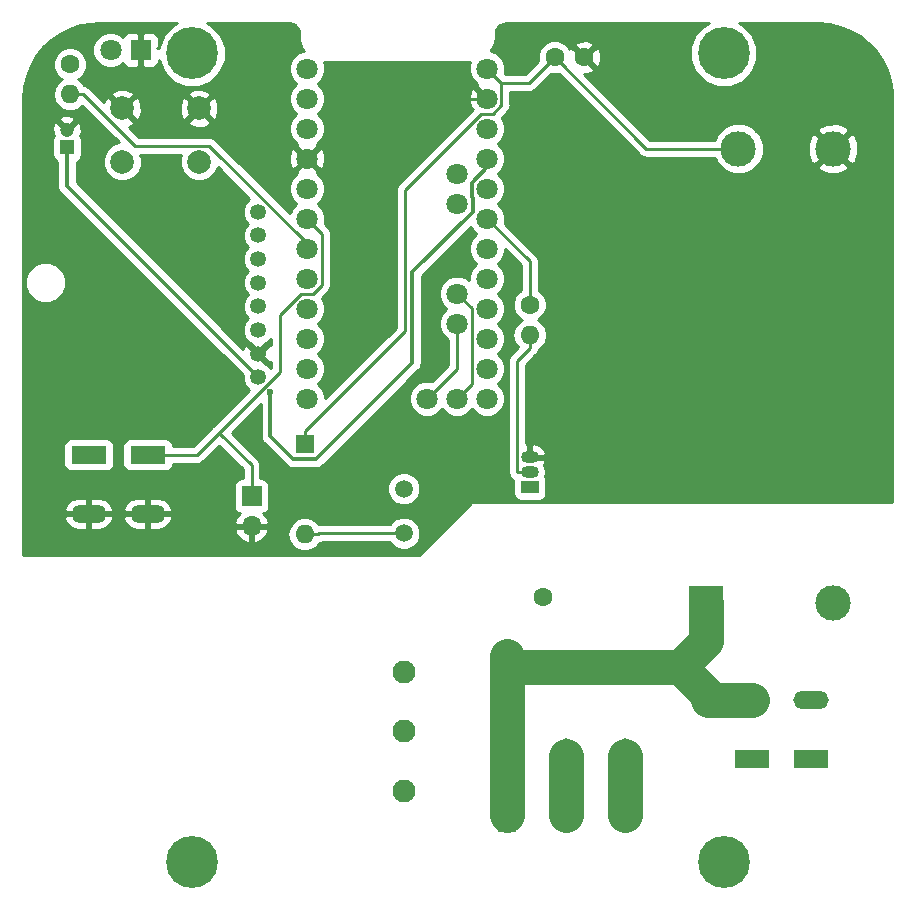
<source format=gbr>
G04 #@! TF.GenerationSoftware,KiCad,Pcbnew,(5.0.2)-1*
G04 #@! TF.CreationDate,2019-10-27T17:27:48+01:00*
G04 #@! TF.ProjectId,HM-LC-Sw1-FM,484d2d4c-432d-4537-9731-2d464d2e6b69,rev?*
G04 #@! TF.SameCoordinates,Original*
G04 #@! TF.FileFunction,Copper,L2,Bot*
G04 #@! TF.FilePolarity,Positive*
%FSLAX46Y46*%
G04 Gerber Fmt 4.6, Leading zero omitted, Abs format (unit mm)*
G04 Created by KiCad (PCBNEW (5.0.2)-1) date 27.10.2019 17:27:48*
%MOMM*%
%LPD*%
G01*
G04 APERTURE LIST*
G04 #@! TA.AperFunction,ComponentPad*
%ADD10C,4.400000*%
G04 #@! TD*
G04 #@! TA.AperFunction,ComponentPad*
%ADD11C,0.700000*%
G04 #@! TD*
G04 #@! TA.AperFunction,ComponentPad*
%ADD12R,1.500000X3.000000*%
G04 #@! TD*
G04 #@! TA.AperFunction,ComponentPad*
%ADD13O,1.500000X3.000000*%
G04 #@! TD*
G04 #@! TA.AperFunction,ComponentPad*
%ADD14C,1.600000*%
G04 #@! TD*
G04 #@! TA.AperFunction,ComponentPad*
%ADD15O,1.600000X1.600000*%
G04 #@! TD*
G04 #@! TA.AperFunction,ComponentPad*
%ADD16C,2.000000*%
G04 #@! TD*
G04 #@! TA.AperFunction,ComponentPad*
%ADD17R,1.800000X1.800000*%
G04 #@! TD*
G04 #@! TA.AperFunction,ComponentPad*
%ADD18C,1.800000*%
G04 #@! TD*
G04 #@! TA.AperFunction,ComponentPad*
%ADD19R,1.200000X1.200000*%
G04 #@! TD*
G04 #@! TA.AperFunction,ComponentPad*
%ADD20C,1.200000*%
G04 #@! TD*
G04 #@! TA.AperFunction,ComponentPad*
%ADD21C,1.350000*%
G04 #@! TD*
G04 #@! TA.AperFunction,ComponentPad*
%ADD22C,3.000000*%
G04 #@! TD*
G04 #@! TA.AperFunction,ComponentPad*
%ADD23R,3.000000X3.000000*%
G04 #@! TD*
G04 #@! TA.AperFunction,ComponentPad*
%ADD24R,3.000000X1.500000*%
G04 #@! TD*
G04 #@! TA.AperFunction,ComponentPad*
%ADD25O,3.000000X1.500000*%
G04 #@! TD*
G04 #@! TA.AperFunction,ComponentPad*
%ADD26R,1.600000X1.600000*%
G04 #@! TD*
G04 #@! TA.AperFunction,ComponentPad*
%ADD27C,1.950000*%
G04 #@! TD*
G04 #@! TA.AperFunction,ComponentPad*
%ADD28C,1.500000*%
G04 #@! TD*
G04 #@! TA.AperFunction,ComponentPad*
%ADD29O,1.500000X1.050000*%
G04 #@! TD*
G04 #@! TA.AperFunction,ComponentPad*
%ADD30R,1.500000X1.050000*%
G04 #@! TD*
G04 #@! TA.AperFunction,ComponentPad*
%ADD31R,1.700000X1.700000*%
G04 #@! TD*
G04 #@! TA.AperFunction,ComponentPad*
%ADD32O,1.700000X1.700000*%
G04 #@! TD*
G04 #@! TA.AperFunction,ViaPad*
%ADD33C,0.600000*%
G04 #@! TD*
G04 #@! TA.AperFunction,Conductor*
%ADD34C,0.350000*%
G04 #@! TD*
G04 #@! TA.AperFunction,Conductor*
%ADD35C,0.250000*%
G04 #@! TD*
G04 #@! TA.AperFunction,Conductor*
%ADD36C,3.000000*%
G04 #@! TD*
G04 #@! TA.AperFunction,Conductor*
%ADD37C,0.254000*%
G04 #@! TD*
G04 APERTURE END LIST*
D10*
G04 #@! TO.P,P3,1*
G04 #@! TO.N,N/C*
X116000000Y-81250000D03*
D11*
X117650000Y-81250000D03*
X117166726Y-82416726D03*
X116000000Y-82900000D03*
X114833274Y-82416726D03*
X114350000Y-81250000D03*
X114833274Y-80083274D03*
X116000000Y-79600000D03*
X117166726Y-80083274D03*
G04 #@! TD*
D10*
G04 #@! TO.P,P2,1*
G04 #@! TO.N,N/C*
X161000000Y-81250000D03*
D11*
X162650000Y-81250000D03*
X162166726Y-82416726D03*
X161000000Y-82900000D03*
X159833274Y-82416726D03*
X159350000Y-81250000D03*
X159833274Y-80083274D03*
X161000000Y-79600000D03*
X162166726Y-80083274D03*
G04 #@! TD*
D10*
G04 #@! TO.P,P5,1*
G04 #@! TO.N,N/C*
X161000000Y-149750000D03*
D11*
X162650000Y-149750000D03*
X162166726Y-150916726D03*
X161000000Y-151400000D03*
X159833274Y-150916726D03*
X159350000Y-149750000D03*
X159833274Y-148583274D03*
X161000000Y-148100000D03*
X162166726Y-148583274D03*
G04 #@! TD*
D10*
G04 #@! TO.P,P4,1*
G04 #@! TO.N,N/C*
X116000000Y-149750000D03*
D11*
X117650000Y-149750000D03*
X117166726Y-150916726D03*
X116000000Y-151400000D03*
X114833274Y-150916726D03*
X114350000Y-149750000D03*
X114833274Y-148583274D03*
X116000000Y-148100000D03*
X117166726Y-148583274D03*
G04 #@! TD*
D12*
G04 #@! TO.P,J1,1*
G04 #@! TO.N,Net-(J1-Pad1)*
X142684000Y-145732000D03*
X142684000Y-140732000D03*
D13*
G04 #@! TO.P,J1,2*
G04 #@! TO.N,Net-(F2-Pad1)*
X147684000Y-145732000D03*
X147684000Y-140732000D03*
G04 #@! TO.P,J1,3*
G04 #@! TO.N,GNDPWR*
X152684000Y-145732000D03*
X152684000Y-140732000D03*
G04 #@! TD*
D14*
G04 #@! TO.P,R1,1*
G04 #@! TO.N,Net-(D1-Pad2)*
X105664000Y-82169000D03*
D15*
G04 #@! TO.P,R1,2*
G04 #@! TO.N,Net-(R1-Pad2)*
X105664000Y-84709000D03*
G04 #@! TD*
D16*
G04 #@! TO.P,SW1,2*
G04 #@! TO.N,GND*
X116586000Y-85924000D03*
G04 #@! TO.P,SW1,1*
G04 #@! TO.N,Net-(SW1-Pad1)*
X116586000Y-90424000D03*
G04 #@! TO.P,SW1,2*
G04 #@! TO.N,GND*
X110086000Y-85924000D03*
G04 #@! TO.P,SW1,1*
G04 #@! TO.N,Net-(SW1-Pad1)*
X110086000Y-90424000D03*
G04 #@! TD*
D17*
G04 #@! TO.P,D1,1*
G04 #@! TO.N,GND*
X111633000Y-80962500D03*
D18*
G04 #@! TO.P,D1,2*
G04 #@! TO.N,Net-(D1-Pad2)*
X109093000Y-80962500D03*
G04 #@! TD*
G04 #@! TO.P,U1,28*
G04 #@! TO.N,Net-(U1-Pad28)*
X138430000Y-101600000D03*
G04 #@! TO.P,U1,27*
G04 #@! TO.N,Net-(U1-Pad27)*
X138430000Y-104140000D03*
X135890000Y-110490000D03*
G04 #@! TO.P,U1,28*
G04 #@! TO.N,Net-(U1-Pad28)*
X138430000Y-110490000D03*
G04 #@! TO.P,U1,1*
G04 #@! TO.N,/SS*
X140970000Y-110490000D03*
G04 #@! TO.P,U1,2*
G04 #@! TO.N,/MOSI*
X140970000Y-107950000D03*
G04 #@! TO.P,U1,3*
G04 #@! TO.N,/MISO*
X140970000Y-105410000D03*
G04 #@! TO.P,U1,4*
G04 #@! TO.N,/SCK*
X140970000Y-102870000D03*
G04 #@! TO.P,U1,5*
G04 #@! TO.N,Net-(U1-Pad5)*
X140970000Y-100330000D03*
G04 #@! TO.P,U1,6*
G04 #@! TO.N,Net-(U1-Pad6)*
X140970000Y-97790000D03*
G04 #@! TO.P,U1,7*
G04 #@! TO.N,/D16*
X140970000Y-95250000D03*
G04 #@! TO.P,U1,8*
G04 #@! TO.N,Net-(U1-Pad8)*
X140970000Y-92710000D03*
G04 #@! TO.P,U1,9*
G04 #@! TO.N,+3V3*
X140970000Y-90170000D03*
G04 #@! TO.P,U1,10*
G04 #@! TO.N,Net-(U1-Pad10)*
X140970000Y-87630000D03*
G04 #@! TO.P,U1,11*
G04 #@! TO.N,GND*
X140970000Y-85090000D03*
G04 #@! TO.P,U1,12*
G04 #@! TO.N,+5V*
X140970000Y-82550000D03*
G04 #@! TO.P,U1,13*
G04 #@! TO.N,N/C*
X125730000Y-82550000D03*
G04 #@! TO.P,U1,14*
X125730000Y-85090000D03*
G04 #@! TO.P,U1,15*
X125730000Y-87630000D03*
G04 #@! TO.P,U1,16*
G04 #@! TO.N,GND*
X125730000Y-90170000D03*
G04 #@! TO.P,U1,17*
G04 #@! TO.N,/D2*
X125730000Y-92710000D03*
G04 #@! TO.P,U1,18*
G04 #@! TO.N,/D3*
X125730000Y-95250000D03*
G04 #@! TO.P,U1,19*
G04 #@! TO.N,Net-(R1-Pad2)*
X125730000Y-97790000D03*
G04 #@! TO.P,U1,20*
G04 #@! TO.N,Net-(U1-Pad20)*
X125730000Y-100330000D03*
G04 #@! TO.P,U1,21*
G04 #@! TO.N,Net-(U1-Pad21)*
X125730000Y-102870000D03*
G04 #@! TO.P,U1,22*
G04 #@! TO.N,Net-(U1-Pad22)*
X125730000Y-105410000D03*
G04 #@! TO.P,U1,23*
G04 #@! TO.N,Net-(SW1-Pad1)*
X125730000Y-107950000D03*
G04 #@! TO.P,U1,24*
G04 #@! TO.N,Net-(U1-Pad24)*
X125730000Y-110490000D03*
G04 #@! TO.P,U1,25*
G04 #@! TO.N,Net-(U1-Pad25)*
X138430000Y-93980000D03*
G04 #@! TO.P,U1,26*
G04 #@! TO.N,Net-(U1-Pad26)*
X138430000Y-91440000D03*
G04 #@! TD*
D19*
G04 #@! TO.P,C1,1*
G04 #@! TO.N,+3V3*
X105410000Y-89217500D03*
D20*
G04 #@! TO.P,C1,2*
G04 #@! TO.N,GND*
X105410000Y-87717500D03*
G04 #@! TD*
D21*
G04 #@! TO.P,U2,8*
G04 #@! TO.N,/SS*
X121579000Y-94672000D03*
G04 #@! TO.P,U2,1*
G04 #@! TO.N,+3V3*
X121579000Y-108672000D03*
G04 #@! TO.P,U2,2*
G04 #@! TO.N,GND*
X121579000Y-106672000D03*
G04 #@! TO.P,U2,3*
G04 #@! TO.N,/MOSI*
X121579000Y-104672000D03*
G04 #@! TO.P,U2,4*
G04 #@! TO.N,/SCK*
X121579000Y-102672000D03*
G04 #@! TO.P,U2,5*
G04 #@! TO.N,/MISO*
X121579000Y-100672000D03*
G04 #@! TO.P,U2,6*
G04 #@! TO.N,Net-(U2-Pad6)*
X121579000Y-98672000D03*
G04 #@! TO.P,U2,7*
G04 #@! TO.N,/D2*
X121579000Y-96672000D03*
G04 #@! TD*
D22*
G04 #@! TO.P,PS1,3*
G04 #@! TO.N,GND*
X170262000Y-89326000D03*
G04 #@! TO.P,PS1,2*
G04 #@! TO.N,Net-(F2-Pad2)*
X170262000Y-127826000D03*
G04 #@! TO.P,PS1,4*
G04 #@! TO.N,+5V*
X162262000Y-89326000D03*
D23*
G04 #@! TO.P,PS1,1*
G04 #@! TO.N,Net-(J1-Pad1)*
X159512000Y-127826000D03*
G04 #@! TD*
D24*
G04 #@! TO.P,J2,1*
G04 #@! TO.N,Net-(J2-Pad1)*
X168402000Y-141034000D03*
X163402000Y-141034000D03*
D25*
G04 #@! TO.P,J2,2*
G04 #@! TO.N,Net-(J1-Pad1)*
X168402000Y-136034000D03*
X163402000Y-136034000D03*
G04 #@! TD*
G04 #@! TO.P,J3,2*
G04 #@! TO.N,GND*
X112252000Y-120252000D03*
X107252000Y-120252000D03*
D24*
G04 #@! TO.P,J3,1*
G04 #@! TO.N,/D3*
X112252000Y-115252000D03*
X107252000Y-115252000D03*
G04 #@! TD*
D14*
G04 #@! TO.P,C2,1*
G04 #@! TO.N,+5V*
X146685000Y-81597500D03*
G04 #@! TO.P,C2,2*
G04 #@! TO.N,GND*
X149185000Y-81597500D03*
G04 #@! TD*
D26*
G04 #@! TO.P,D2,1*
G04 #@! TO.N,+5V*
X125540000Y-114364000D03*
D15*
G04 #@! TO.P,D2,2*
G04 #@! TO.N,Net-(D2-Pad2)*
X125540000Y-121984000D03*
G04 #@! TD*
D27*
G04 #@! TO.P,K1,5*
G04 #@! TO.N,Net-(J2-Pad1)*
X133922000Y-143710000D03*
G04 #@! TO.P,K1,4*
G04 #@! TO.N,Net-(F2-Pad1)*
X133922000Y-138670000D03*
G04 #@! TO.P,K1,3*
G04 #@! TO.N,Net-(K1-Pad3)*
X133922000Y-133630000D03*
D28*
G04 #@! TO.P,K1,2*
G04 #@! TO.N,Net-(D2-Pad2)*
X133922000Y-121890000D03*
G04 #@! TO.P,K1,1*
G04 #@! TO.N,+5V*
X133922000Y-118110000D03*
G04 #@! TD*
D29*
G04 #@! TO.P,Q1,2*
G04 #@! TO.N,Net-(Q1-Pad2)*
X144590000Y-116713000D03*
G04 #@! TO.P,Q1,3*
G04 #@! TO.N,GND*
X144590000Y-115443000D03*
D30*
G04 #@! TO.P,Q1,1*
G04 #@! TO.N,Net-(D2-Pad2)*
X144590000Y-117983000D03*
G04 #@! TD*
D14*
G04 #@! TO.P,R2,1*
G04 #@! TO.N,/D16*
X144590000Y-102552000D03*
D15*
G04 #@! TO.P,R2,2*
G04 #@! TO.N,Net-(Q1-Pad2)*
X144590000Y-105092000D03*
G04 #@! TD*
D14*
G04 #@! TO.P,RV1,1*
G04 #@! TO.N,Net-(F2-Pad2)*
X145669000Y-127318000D03*
G04 #@! TO.P,RV1,2*
G04 #@! TO.N,Net-(J1-Pad1)*
X142669000Y-132318000D03*
G04 #@! TD*
D31*
G04 #@! TO.P,J4,1*
G04 #@! TO.N,/D3*
X121031000Y-118745000D03*
D32*
G04 #@! TO.P,J4,2*
G04 #@! TO.N,GND*
X121031000Y-121285000D03*
G04 #@! TD*
D33*
G04 #@! TO.N,+3V3*
X122621000Y-109934000D03*
G04 #@! TD*
D34*
G04 #@! TO.N,+3V3*
X121579000Y-108672000D02*
X105410000Y-92503000D01*
X105410000Y-92503000D02*
X105410000Y-89217500D01*
X140970000Y-90170000D02*
X140970000Y-90906400D01*
X140970000Y-90906400D02*
X139669000Y-92207100D01*
X139669000Y-92207100D02*
X139669000Y-93415600D01*
X139669000Y-93415600D02*
X139761000Y-93507600D01*
X139761000Y-93507600D02*
X139761000Y-94655100D01*
X139761000Y-94655100D02*
X134615000Y-99801700D01*
X134615000Y-99801700D02*
X134615000Y-107470000D01*
X134615000Y-107470000D02*
X126519000Y-115565000D01*
X126519000Y-115565000D02*
X124556000Y-115565000D01*
X124556000Y-115565000D02*
X122621000Y-113630000D01*
X122621000Y-113630000D02*
X122621000Y-109934000D01*
D35*
G04 #@! TO.N,GND*
X140970000Y-85090000D02*
X130810000Y-85090000D01*
X130810000Y-85090000D02*
X125730000Y-90170000D01*
G04 #@! TO.N,Net-(R1-Pad2)*
X125730000Y-97790000D02*
X125730000Y-97354100D01*
X125730000Y-97354100D02*
X117474000Y-89098600D01*
X117474000Y-89098600D02*
X111179000Y-89098600D01*
X111179000Y-89098600D02*
X106789000Y-84709000D01*
X106789000Y-84709000D02*
X105664000Y-84709000D01*
D36*
G04 #@! TO.N,GNDPWR*
X152684000Y-140732000D02*
X152684000Y-145732000D01*
D35*
G04 #@! TO.N,+5V*
X142195000Y-83775400D02*
X144507000Y-83775400D01*
X144507000Y-83775400D02*
X146685000Y-81597500D01*
X125540000Y-114364000D02*
X125540000Y-113239000D01*
X125540000Y-113239000D02*
X133995000Y-104784000D01*
X133995000Y-104784000D02*
X133995000Y-92857500D01*
X133995000Y-92857500D02*
X140492000Y-86360000D01*
X140492000Y-86360000D02*
X141450000Y-86360000D01*
X141450000Y-86360000D02*
X142195000Y-85614900D01*
X142195000Y-85614900D02*
X142195000Y-83775400D01*
X146685000Y-81597500D02*
X154414000Y-89326000D01*
X154414000Y-89326000D02*
X162262000Y-89326000D01*
X142195000Y-83775400D02*
X140970000Y-82550000D01*
G04 #@! TO.N,/D3*
X118275500Y-113392500D02*
X121031000Y-116148000D01*
X121031000Y-116148000D02*
X121031000Y-118745000D01*
X118275500Y-113392500D02*
X123441000Y-108227000D01*
X123441000Y-108227000D02*
X123441000Y-103412000D01*
X123441000Y-103412000D02*
X125253000Y-101600000D01*
X125253000Y-101600000D02*
X126234000Y-101600000D01*
X126234000Y-101600000D02*
X126994000Y-100840000D01*
X126994000Y-100840000D02*
X126994000Y-96513900D01*
X126994000Y-96513900D02*
X125730000Y-95250000D01*
X112252000Y-115252000D02*
X116416000Y-115252000D01*
X116416000Y-115252000D02*
X118275500Y-113392500D01*
G04 #@! TO.N,Net-(U1-Pad28)*
X138430000Y-110490000D02*
X139662000Y-109258000D01*
X139662000Y-109258000D02*
X139662000Y-102832000D01*
X139662000Y-102832000D02*
X138430000Y-101600000D01*
G04 #@! TO.N,Net-(U1-Pad27)*
X135890000Y-110490000D02*
X138430000Y-107950000D01*
X138430000Y-107950000D02*
X138430000Y-104140000D01*
D36*
G04 #@! TO.N,Net-(F2-Pad1)*
X147684000Y-140732000D02*
X147684000Y-145732000D01*
G04 #@! TO.N,Net-(J1-Pad1)*
X142684000Y-133196000D02*
X157289000Y-133196000D01*
X142669000Y-132318000D02*
X142684000Y-132333000D01*
X142684000Y-132333000D02*
X142684000Y-133196000D01*
X159512000Y-127826000D02*
X159512000Y-130972000D01*
X159512000Y-130972000D02*
X157289000Y-133196000D01*
X142684000Y-140732000D02*
X142684000Y-145732000D01*
X163402000Y-136034000D02*
X159652000Y-136034000D01*
X159652000Y-136034000D02*
X159652000Y-135558000D01*
X159652000Y-135558000D02*
X157289000Y-133196000D01*
X142684000Y-133196000D02*
X142684000Y-140732000D01*
D35*
G04 #@! TO.N,/D16*
X140970000Y-95250000D02*
X144590000Y-98870000D01*
X144590000Y-98870000D02*
X144590000Y-102552000D01*
G04 #@! TO.N,Net-(D2-Pad2)*
X133922000Y-121890000D02*
X126759000Y-121890000D01*
X126759000Y-121890000D02*
X126665000Y-121984000D01*
X126665000Y-121984000D02*
X125540000Y-121984000D01*
G04 #@! TO.N,Net-(Q1-Pad2)*
X144590000Y-116713000D02*
X143515000Y-116713000D01*
X143515000Y-116713000D02*
X143515000Y-107293000D01*
X143515000Y-107293000D02*
X144590000Y-106217000D01*
X144590000Y-106217000D02*
X144590000Y-105092000D01*
G04 #@! TD*
D37*
G04 #@! TO.N,GND*
G36*
X114394101Y-78846603D02*
X113596603Y-79644101D01*
X113165000Y-80686083D01*
X113165000Y-80835498D01*
X113009252Y-80835498D01*
X113168000Y-80676750D01*
X113168000Y-79936190D01*
X113071327Y-79702801D01*
X112892698Y-79524173D01*
X112659309Y-79427500D01*
X111918750Y-79427500D01*
X111760000Y-79586250D01*
X111760000Y-80835500D01*
X111780000Y-80835500D01*
X111780000Y-81089500D01*
X111760000Y-81089500D01*
X111760000Y-82338750D01*
X111918750Y-82497500D01*
X112659309Y-82497500D01*
X112892698Y-82400827D01*
X113071327Y-82222199D01*
X113168000Y-81988810D01*
X113168000Y-81821160D01*
X113596603Y-82855899D01*
X114394101Y-83653397D01*
X115436083Y-84085000D01*
X116563917Y-84085000D01*
X117605899Y-83653397D01*
X118403397Y-82855899D01*
X118835000Y-81813917D01*
X118835000Y-80686083D01*
X118403397Y-79644101D01*
X117605899Y-78846603D01*
X117276110Y-78710000D01*
X124191314Y-78710000D01*
X124502733Y-78761834D01*
X124728209Y-78883495D01*
X124902124Y-79071635D01*
X125011495Y-79319026D01*
X125040000Y-79544666D01*
X125040000Y-79819926D01*
X125048743Y-79863879D01*
X125092724Y-80212021D01*
X125104767Y-80252290D01*
X125108065Y-80294199D01*
X125147754Y-80410120D01*
X125346918Y-80860618D01*
X125377613Y-80907347D01*
X125399821Y-80958667D01*
X125443518Y-81015000D01*
X125424670Y-81015000D01*
X124860493Y-81248690D01*
X124428690Y-81680493D01*
X124195000Y-82244670D01*
X124195000Y-82855330D01*
X124428690Y-83419507D01*
X124829183Y-83820000D01*
X124428690Y-84220493D01*
X124195000Y-84784670D01*
X124195000Y-85395330D01*
X124428690Y-85959507D01*
X124829183Y-86360000D01*
X124428690Y-86760493D01*
X124195000Y-87324670D01*
X124195000Y-87935330D01*
X124428690Y-88499507D01*
X124860493Y-88931310D01*
X124880115Y-88939438D01*
X124829446Y-89089841D01*
X125730000Y-89990395D01*
X126630554Y-89089841D01*
X126579885Y-88939438D01*
X126599507Y-88931310D01*
X127031310Y-88499507D01*
X127265000Y-87935330D01*
X127265000Y-87324670D01*
X127031310Y-86760493D01*
X126630817Y-86360000D01*
X127031310Y-85959507D01*
X127265000Y-85395330D01*
X127265000Y-84784670D01*
X127031310Y-84220493D01*
X126630817Y-83820000D01*
X127031310Y-83419507D01*
X127265000Y-82855330D01*
X127265000Y-82244670D01*
X127144124Y-81952849D01*
X127180074Y-81960000D01*
X139552914Y-81960000D01*
X139435000Y-82244670D01*
X139435000Y-82855330D01*
X139668690Y-83419507D01*
X140100493Y-83851310D01*
X140120115Y-83859438D01*
X140069446Y-84009841D01*
X140970000Y-84910395D01*
X140984143Y-84896253D01*
X141163748Y-85075858D01*
X141149605Y-85090000D01*
X141163748Y-85104143D01*
X140984143Y-85283748D01*
X140970000Y-85269605D01*
X140955858Y-85283748D01*
X140776253Y-85104143D01*
X140790395Y-85090000D01*
X139889841Y-84189446D01*
X139633357Y-84275852D01*
X139423542Y-84849336D01*
X139449161Y-85459460D01*
X139633357Y-85904148D01*
X139812657Y-85964552D01*
X133510513Y-92267181D01*
X133447072Y-92309571D01*
X133404666Y-92373036D01*
X133404652Y-92373050D01*
X133356581Y-92445000D01*
X133279097Y-92560963D01*
X133279094Y-92560977D01*
X133279085Y-92560991D01*
X133248065Y-92716970D01*
X133235001Y-92782648D01*
X133235001Y-92782662D01*
X133220112Y-92857529D01*
X133235001Y-92932366D01*
X133235000Y-104469198D01*
X127265000Y-110439199D01*
X127265000Y-110184670D01*
X127031310Y-109620493D01*
X126630817Y-109220000D01*
X127031310Y-108819507D01*
X127265000Y-108255330D01*
X127265000Y-107644670D01*
X127031310Y-107080493D01*
X126630817Y-106680000D01*
X127031310Y-106279507D01*
X127265000Y-105715330D01*
X127265000Y-105104670D01*
X127031310Y-104540493D01*
X126630817Y-104140000D01*
X127031310Y-103739507D01*
X127265000Y-103175330D01*
X127265000Y-102564670D01*
X127031310Y-102000493D01*
X126969809Y-101938992D01*
X127478476Y-101430327D01*
X127541929Y-101387929D01*
X127584327Y-101324476D01*
X127584329Y-101324474D01*
X127709903Y-101136538D01*
X127709904Y-101136537D01*
X127754000Y-100914852D01*
X127754000Y-100914848D01*
X127768888Y-100840001D01*
X127754000Y-100765154D01*
X127754000Y-96588732D01*
X127768888Y-96513869D01*
X127742221Y-96379833D01*
X127709904Y-96217363D01*
X127709895Y-96217350D01*
X127709892Y-96217334D01*
X127620329Y-96083305D01*
X127541929Y-95965971D01*
X127478462Y-95923564D01*
X127219662Y-95664785D01*
X127265000Y-95555330D01*
X127265000Y-94944670D01*
X127031310Y-94380493D01*
X126630817Y-93980000D01*
X127031310Y-93579507D01*
X127265000Y-93015330D01*
X127265000Y-92404670D01*
X127031310Y-91840493D01*
X126599507Y-91408690D01*
X126579885Y-91400562D01*
X126630554Y-91250159D01*
X125730000Y-90349605D01*
X124829446Y-91250159D01*
X124880115Y-91400562D01*
X124860493Y-91408690D01*
X124428690Y-91840493D01*
X124195000Y-92404670D01*
X124195000Y-93015330D01*
X124428690Y-93579507D01*
X124829183Y-93980000D01*
X124428690Y-94380493D01*
X124253652Y-94803072D01*
X119379620Y-89929336D01*
X124183542Y-89929336D01*
X124209161Y-90539460D01*
X124393357Y-90984148D01*
X124649841Y-91070554D01*
X125550395Y-90170000D01*
X125909605Y-90170000D01*
X126810159Y-91070554D01*
X127066643Y-90984148D01*
X127276458Y-90410664D01*
X127250839Y-89800540D01*
X127066643Y-89355852D01*
X126810159Y-89269446D01*
X125909605Y-90170000D01*
X125550395Y-90170000D01*
X124649841Y-89269446D01*
X124393357Y-89355852D01*
X124183542Y-89929336D01*
X119379620Y-89929336D01*
X118064324Y-88614120D01*
X118021929Y-88550671D01*
X117958461Y-88508263D01*
X117958454Y-88508256D01*
X117910403Y-88476152D01*
X117770537Y-88382696D01*
X117770523Y-88382693D01*
X117770515Y-88382688D01*
X117654027Y-88359521D01*
X117548852Y-88338600D01*
X117548836Y-88338600D01*
X117473977Y-88323712D01*
X117399142Y-88338600D01*
X111493782Y-88338600D01*
X110633740Y-87478637D01*
X110960264Y-87343387D01*
X111058927Y-87076532D01*
X115613073Y-87076532D01*
X115711736Y-87343387D01*
X116321461Y-87569908D01*
X116971460Y-87545856D01*
X117460264Y-87343387D01*
X117558927Y-87076532D01*
X116586000Y-86103605D01*
X115613073Y-87076532D01*
X111058927Y-87076532D01*
X110086000Y-86103605D01*
X110071858Y-86117748D01*
X109892253Y-85938143D01*
X109906395Y-85924000D01*
X110265605Y-85924000D01*
X111238532Y-86896927D01*
X111505387Y-86798264D01*
X111731908Y-86188539D01*
X111712331Y-85659461D01*
X114940092Y-85659461D01*
X114964144Y-86309460D01*
X115166613Y-86798264D01*
X115433468Y-86896927D01*
X116406395Y-85924000D01*
X116765605Y-85924000D01*
X117738532Y-86896927D01*
X118005387Y-86798264D01*
X118231908Y-86188539D01*
X118207856Y-85538540D01*
X118005387Y-85049736D01*
X117738532Y-84951073D01*
X116765605Y-85924000D01*
X116406395Y-85924000D01*
X115433468Y-84951073D01*
X115166613Y-85049736D01*
X114940092Y-85659461D01*
X111712331Y-85659461D01*
X111707856Y-85538540D01*
X111505387Y-85049736D01*
X111238532Y-84951073D01*
X110265605Y-85924000D01*
X109906395Y-85924000D01*
X108933468Y-84951073D01*
X108666613Y-85049736D01*
X108541477Y-85386565D01*
X107926324Y-84771468D01*
X109113073Y-84771468D01*
X110086000Y-85744395D01*
X111058927Y-84771468D01*
X115613073Y-84771468D01*
X116586000Y-85744395D01*
X117558927Y-84771468D01*
X117460264Y-84504613D01*
X116850539Y-84278092D01*
X116200540Y-84302144D01*
X115711736Y-84504613D01*
X115613073Y-84771468D01*
X111058927Y-84771468D01*
X110960264Y-84504613D01*
X110350539Y-84278092D01*
X109700540Y-84302144D01*
X109211736Y-84504613D01*
X109113073Y-84771468D01*
X107926324Y-84771468D01*
X107379322Y-84224516D01*
X107336929Y-84161071D01*
X107273455Y-84118659D01*
X107273445Y-84118649D01*
X107223081Y-84085000D01*
X107085537Y-83993096D01*
X107085518Y-83993092D01*
X107085504Y-83993083D01*
X106953192Y-83966771D01*
X106884832Y-83953173D01*
X106698577Y-83674423D01*
X106346832Y-83439394D01*
X106476862Y-83385534D01*
X106880534Y-82981862D01*
X107099000Y-82454439D01*
X107099000Y-81883561D01*
X106880534Y-81356138D01*
X106476862Y-80952466D01*
X105949439Y-80734000D01*
X105378561Y-80734000D01*
X104851138Y-80952466D01*
X104447466Y-81356138D01*
X104229000Y-81883561D01*
X104229000Y-82454439D01*
X104447466Y-82981862D01*
X104851138Y-83385534D01*
X104981168Y-83439394D01*
X104629423Y-83674423D01*
X104312260Y-84149091D01*
X104200887Y-84709000D01*
X104312260Y-85268909D01*
X104629423Y-85743577D01*
X105104091Y-86060740D01*
X105522667Y-86144000D01*
X105805333Y-86144000D01*
X106223909Y-86060740D01*
X106698577Y-85743577D01*
X106718701Y-85713460D01*
X109794521Y-88789000D01*
X109760778Y-88789000D01*
X109159847Y-89037914D01*
X108699914Y-89497847D01*
X108451000Y-90098778D01*
X108451000Y-90749222D01*
X108699914Y-91350153D01*
X109159847Y-91810086D01*
X109760778Y-92059000D01*
X110411222Y-92059000D01*
X111012153Y-91810086D01*
X111472086Y-91350153D01*
X111721000Y-90749222D01*
X111721000Y-90098778D01*
X111621515Y-89858600D01*
X115050485Y-89858600D01*
X114951000Y-90098778D01*
X114951000Y-90749222D01*
X115199914Y-91350153D01*
X115659847Y-91810086D01*
X116260778Y-92059000D01*
X116911222Y-92059000D01*
X117512153Y-91810086D01*
X117972086Y-91350153D01*
X118170885Y-90870211D01*
X120854854Y-93554018D01*
X120836945Y-93561436D01*
X120468436Y-93929945D01*
X120269000Y-94411425D01*
X120269000Y-94932575D01*
X120468436Y-95414055D01*
X120726381Y-95672000D01*
X120468436Y-95929945D01*
X120269000Y-96411425D01*
X120269000Y-96932575D01*
X120468436Y-97414055D01*
X120726381Y-97672000D01*
X120468436Y-97929945D01*
X120269000Y-98411425D01*
X120269000Y-98932575D01*
X120468436Y-99414055D01*
X120726381Y-99672000D01*
X120468436Y-99929945D01*
X120269000Y-100411425D01*
X120269000Y-100932575D01*
X120468436Y-101414055D01*
X120726381Y-101672000D01*
X120468436Y-101929945D01*
X120269000Y-102411425D01*
X120269000Y-102932575D01*
X120468436Y-103414055D01*
X120726381Y-103672000D01*
X120468436Y-103929945D01*
X120269000Y-104411425D01*
X120269000Y-104932575D01*
X120468436Y-105414055D01*
X120836945Y-105782564D01*
X120891955Y-105805350D01*
X121579000Y-106492395D01*
X122266045Y-105805350D01*
X122321055Y-105782564D01*
X122681001Y-105422618D01*
X122681000Y-105981041D01*
X122496147Y-105934458D01*
X121758605Y-106672000D01*
X122496147Y-107409542D01*
X122681000Y-107362959D01*
X122681000Y-107912198D01*
X122676409Y-107916790D01*
X122321055Y-107561436D01*
X122266045Y-107538650D01*
X121579000Y-106851605D01*
X121564858Y-106865748D01*
X121385253Y-106686143D01*
X121399395Y-106672000D01*
X120661853Y-105934458D01*
X120428672Y-105993219D01*
X120329376Y-106276863D01*
X106220000Y-92167488D01*
X106220000Y-90423169D01*
X106257765Y-90415657D01*
X106467809Y-90275309D01*
X106608157Y-90065265D01*
X106657440Y-89817500D01*
X106657440Y-88617500D01*
X106608157Y-88369735D01*
X106531291Y-88254698D01*
X106657807Y-87886464D01*
X106627482Y-87396087D01*
X106498164Y-87083883D01*
X106272735Y-87034370D01*
X105589605Y-87717500D01*
X105603748Y-87731643D01*
X105424143Y-87911248D01*
X105410000Y-87897105D01*
X105395858Y-87911248D01*
X105216253Y-87731643D01*
X105230395Y-87717500D01*
X104547265Y-87034370D01*
X104321836Y-87083883D01*
X104162193Y-87548536D01*
X104192518Y-88038913D01*
X104284505Y-88260990D01*
X104211843Y-88369735D01*
X104162560Y-88617500D01*
X104162560Y-89817500D01*
X104211843Y-90065265D01*
X104352191Y-90275309D01*
X104562235Y-90415657D01*
X104600001Y-90423169D01*
X104600000Y-92423227D01*
X104584132Y-92503000D01*
X104600000Y-92582773D01*
X104646997Y-92819045D01*
X104826023Y-93086977D01*
X104893656Y-93132168D01*
X120269000Y-108507513D01*
X120269000Y-108932575D01*
X120468436Y-109414055D01*
X120823790Y-109769409D01*
X117791029Y-112802170D01*
X117727571Y-112844571D01*
X117685172Y-112908026D01*
X116101199Y-114492000D01*
X114397451Y-114492000D01*
X114350157Y-114254235D01*
X114209809Y-114044191D01*
X113999765Y-113903843D01*
X113752000Y-113854560D01*
X110752000Y-113854560D01*
X110504235Y-113903843D01*
X110294191Y-114044191D01*
X110153843Y-114254235D01*
X110104560Y-114502000D01*
X110104560Y-116002000D01*
X110153843Y-116249765D01*
X110294191Y-116459809D01*
X110504235Y-116600157D01*
X110752000Y-116649440D01*
X113752000Y-116649440D01*
X113999765Y-116600157D01*
X114209809Y-116459809D01*
X114350157Y-116249765D01*
X114397451Y-116012000D01*
X116341153Y-116012000D01*
X116416000Y-116026888D01*
X116490847Y-116012000D01*
X116490852Y-116012000D01*
X116712537Y-115967904D01*
X116963929Y-115799929D01*
X117006331Y-115736470D01*
X118275500Y-114467302D01*
X120271000Y-116462803D01*
X120271000Y-117247560D01*
X120181000Y-117247560D01*
X119933235Y-117296843D01*
X119723191Y-117437191D01*
X119582843Y-117647235D01*
X119533560Y-117895000D01*
X119533560Y-119595000D01*
X119582843Y-119842765D01*
X119723191Y-120052809D01*
X119933235Y-120193157D01*
X120036708Y-120213739D01*
X119759355Y-120518076D01*
X119589524Y-120928110D01*
X119710845Y-121158000D01*
X120904000Y-121158000D01*
X120904000Y-121138000D01*
X121158000Y-121138000D01*
X121158000Y-121158000D01*
X122351155Y-121158000D01*
X122472476Y-120928110D01*
X122302645Y-120518076D01*
X122025292Y-120213739D01*
X122128765Y-120193157D01*
X122338809Y-120052809D01*
X122479157Y-119842765D01*
X122528440Y-119595000D01*
X122528440Y-117895000D01*
X122516408Y-117834506D01*
X132537000Y-117834506D01*
X132537000Y-118385494D01*
X132747853Y-118894540D01*
X133137460Y-119284147D01*
X133646506Y-119495000D01*
X134197494Y-119495000D01*
X134706540Y-119284147D01*
X135096147Y-118894540D01*
X135307000Y-118385494D01*
X135307000Y-117834506D01*
X135096147Y-117325460D01*
X134706540Y-116935853D01*
X134197494Y-116725000D01*
X133646506Y-116725000D01*
X133137460Y-116935853D01*
X132747853Y-117325460D01*
X132537000Y-117834506D01*
X122516408Y-117834506D01*
X122479157Y-117647235D01*
X122338809Y-117437191D01*
X122128765Y-117296843D01*
X121881000Y-117247560D01*
X121791000Y-117247560D01*
X121791000Y-116222846D01*
X121805888Y-116147999D01*
X121791000Y-116073152D01*
X121791000Y-116073148D01*
X121746904Y-115851463D01*
X121687232Y-115762157D01*
X121621329Y-115663526D01*
X121621327Y-115663524D01*
X121578929Y-115600071D01*
X121515476Y-115557673D01*
X119350301Y-113392500D01*
X121811001Y-110931801D01*
X121811000Y-113550227D01*
X121795132Y-113630000D01*
X121811000Y-113709773D01*
X121857997Y-113946045D01*
X122037023Y-114213977D01*
X122104656Y-114259168D01*
X123926834Y-116081347D01*
X123972023Y-116148977D01*
X124239954Y-116328003D01*
X124476226Y-116375000D01*
X124555999Y-116390868D01*
X124635772Y-116375000D01*
X126439201Y-116375000D01*
X126518949Y-116390868D01*
X126598749Y-116375000D01*
X126598774Y-116375000D01*
X126680069Y-116358829D01*
X126834999Y-116328022D01*
X126835020Y-116328008D01*
X126835046Y-116328003D01*
X126978076Y-116232433D01*
X127035308Y-116194197D01*
X127035323Y-116194182D01*
X127102977Y-116148977D01*
X127148154Y-116081365D01*
X135131326Y-108099180D01*
X135198977Y-108053977D01*
X135289800Y-107918051D01*
X135377983Y-107786094D01*
X135377988Y-107786068D01*
X135378003Y-107786046D01*
X135409730Y-107626544D01*
X135440868Y-107470051D01*
X135425000Y-107390251D01*
X135425000Y-100137185D01*
X139602350Y-95959349D01*
X139668690Y-96119507D01*
X140069183Y-96520000D01*
X139668690Y-96920493D01*
X139435000Y-97484670D01*
X139435000Y-98095330D01*
X139668690Y-98659507D01*
X140069183Y-99060000D01*
X139668690Y-99460493D01*
X139435000Y-100024670D01*
X139435000Y-100434183D01*
X139299507Y-100298690D01*
X138735330Y-100065000D01*
X138124670Y-100065000D01*
X137560493Y-100298690D01*
X137128690Y-100730493D01*
X136895000Y-101294670D01*
X136895000Y-101905330D01*
X137128690Y-102469507D01*
X137529183Y-102870000D01*
X137128690Y-103270493D01*
X136895000Y-103834670D01*
X136895000Y-104445330D01*
X137128690Y-105009507D01*
X137560493Y-105441310D01*
X137670001Y-105486670D01*
X137670000Y-107635197D01*
X136304838Y-109000360D01*
X136195330Y-108955000D01*
X135584670Y-108955000D01*
X135020493Y-109188690D01*
X134588690Y-109620493D01*
X134355000Y-110184670D01*
X134355000Y-110795330D01*
X134588690Y-111359507D01*
X135020493Y-111791310D01*
X135584670Y-112025000D01*
X136195330Y-112025000D01*
X136759507Y-111791310D01*
X137160000Y-111390817D01*
X137560493Y-111791310D01*
X138124670Y-112025000D01*
X138735330Y-112025000D01*
X139299507Y-111791310D01*
X139700000Y-111390817D01*
X140100493Y-111791310D01*
X140664670Y-112025000D01*
X141275330Y-112025000D01*
X141839507Y-111791310D01*
X142271310Y-111359507D01*
X142505000Y-110795330D01*
X142505000Y-110184670D01*
X142271310Y-109620493D01*
X141870817Y-109220000D01*
X142271310Y-108819507D01*
X142505000Y-108255330D01*
X142505000Y-107644670D01*
X142271310Y-107080493D01*
X141870817Y-106680000D01*
X142271310Y-106279507D01*
X142505000Y-105715330D01*
X142505000Y-105104670D01*
X142271310Y-104540493D01*
X141870817Y-104140000D01*
X142271310Y-103739507D01*
X142505000Y-103175330D01*
X142505000Y-102564670D01*
X142271310Y-102000493D01*
X141870817Y-101600000D01*
X142271310Y-101199507D01*
X142505000Y-100635330D01*
X142505000Y-100024670D01*
X142271310Y-99460493D01*
X141870817Y-99060000D01*
X142271310Y-98659507D01*
X142505000Y-98095330D01*
X142505000Y-97859802D01*
X143830000Y-99184802D01*
X143830001Y-101313570D01*
X143777138Y-101335466D01*
X143373466Y-101739138D01*
X143155000Y-102266561D01*
X143155000Y-102837439D01*
X143373466Y-103364862D01*
X143777138Y-103768534D01*
X143907168Y-103822394D01*
X143555423Y-104057423D01*
X143238260Y-104532091D01*
X143126887Y-105092000D01*
X143238260Y-105651909D01*
X143555423Y-106126577D01*
X143585775Y-106146857D01*
X143030378Y-106702771D01*
X142967072Y-106745071D01*
X142924574Y-106808674D01*
X142924446Y-106808802D01*
X142882620Y-106871462D01*
X142799097Y-106996463D01*
X142799061Y-106996643D01*
X142798959Y-106996796D01*
X142769509Y-107145209D01*
X142755001Y-107218148D01*
X142755001Y-107218326D01*
X142740112Y-107293360D01*
X142755001Y-107368030D01*
X142755000Y-116638148D01*
X142740111Y-116713000D01*
X142799096Y-117009537D01*
X142903380Y-117165609D01*
X142967071Y-117260929D01*
X143200707Y-117417040D01*
X143192560Y-117458000D01*
X143192560Y-118508000D01*
X143241843Y-118755765D01*
X143382191Y-118965809D01*
X143592235Y-119106157D01*
X143840000Y-119155440D01*
X145340000Y-119155440D01*
X145587765Y-119106157D01*
X145797809Y-118965809D01*
X145938157Y-118755765D01*
X145987440Y-118508000D01*
X145987440Y-117458000D01*
X145938157Y-117210235D01*
X145907843Y-117164867D01*
X145997725Y-116713000D01*
X145907695Y-116260391D01*
X145779146Y-116068004D01*
X145925266Y-115810336D01*
X145933964Y-115748810D01*
X145808163Y-115570000D01*
X145014710Y-115570000D01*
X144929246Y-115553000D01*
X144443000Y-115553000D01*
X144443000Y-115316000D01*
X144463000Y-115316000D01*
X144463000Y-114436407D01*
X144717000Y-114436407D01*
X144717000Y-115316000D01*
X145808163Y-115316000D01*
X145933964Y-115137190D01*
X145925266Y-115075664D01*
X145700179Y-114678745D01*
X145340331Y-114398177D01*
X144900506Y-114276674D01*
X144717000Y-114436407D01*
X144463000Y-114436407D01*
X144279494Y-114276674D01*
X144275000Y-114277915D01*
X144275000Y-107607595D01*
X145074623Y-106807229D01*
X145137929Y-106764929D01*
X145180427Y-106701326D01*
X145180554Y-106701199D01*
X145222052Y-106639031D01*
X145305904Y-106513537D01*
X145305940Y-106513356D01*
X145306041Y-106513205D01*
X145335121Y-106366651D01*
X145345827Y-106312832D01*
X145624577Y-106126577D01*
X145941740Y-105651909D01*
X146053113Y-105092000D01*
X145941740Y-104532091D01*
X145624577Y-104057423D01*
X145272832Y-103822394D01*
X145402862Y-103768534D01*
X145806534Y-103364862D01*
X146025000Y-102837439D01*
X146025000Y-102266561D01*
X145806534Y-101739138D01*
X145402862Y-101335466D01*
X145350000Y-101313570D01*
X145350000Y-98944846D01*
X145364888Y-98869999D01*
X145350000Y-98795152D01*
X145350000Y-98795148D01*
X145305904Y-98573463D01*
X145137929Y-98322071D01*
X145074473Y-98279671D01*
X142459640Y-95664839D01*
X142505000Y-95555330D01*
X142505000Y-94944670D01*
X142271310Y-94380493D01*
X141870817Y-93980000D01*
X142271310Y-93579507D01*
X142505000Y-93015330D01*
X142505000Y-92404670D01*
X142271310Y-91840493D01*
X141870817Y-91440000D01*
X142271310Y-91039507D01*
X142505000Y-90475330D01*
X142505000Y-89864670D01*
X142271310Y-89300493D01*
X141870817Y-88900000D01*
X142271310Y-88499507D01*
X142505000Y-87935330D01*
X142505000Y-87324670D01*
X142271310Y-86760493D01*
X142197795Y-86686978D01*
X142679497Y-86205213D01*
X142742929Y-86162829D01*
X142785341Y-86099355D01*
X142785362Y-86099334D01*
X142830399Y-86031921D01*
X142910904Y-85911437D01*
X142910909Y-85911411D01*
X142910923Y-85911390D01*
X142939099Y-85769690D01*
X142955000Y-85689752D01*
X142955000Y-85689722D01*
X142969888Y-85614848D01*
X142955000Y-85540026D01*
X142955000Y-84535400D01*
X144432144Y-84535400D01*
X144506983Y-84550288D01*
X144581839Y-84535400D01*
X144581852Y-84535400D01*
X144693010Y-84513289D01*
X144803520Y-84491310D01*
X144803526Y-84491306D01*
X144803537Y-84491304D01*
X144947374Y-84395195D01*
X144991459Y-84365740D01*
X144991464Y-84365735D01*
X145054929Y-84323329D01*
X145097325Y-84259879D01*
X146346670Y-83010592D01*
X146399561Y-83032500D01*
X146970439Y-83032500D01*
X147023342Y-83010587D01*
X153823679Y-89810485D01*
X153866071Y-89873929D01*
X153929536Y-89916335D01*
X153929546Y-89916345D01*
X153998476Y-89962399D01*
X154117463Y-90041904D01*
X154117475Y-90041906D01*
X154117485Y-90041913D01*
X154246561Y-90067583D01*
X154339148Y-90086000D01*
X154339165Y-90086000D01*
X154414025Y-90100888D01*
X154488860Y-90086000D01*
X160265895Y-90086000D01*
X160452034Y-90535380D01*
X161052620Y-91135966D01*
X161837322Y-91461000D01*
X162686678Y-91461000D01*
X163471380Y-91135966D01*
X163767376Y-90839970D01*
X168927635Y-90839970D01*
X169087418Y-91158739D01*
X169878187Y-91468723D01*
X170727387Y-91452497D01*
X171436582Y-91158739D01*
X171596365Y-90839970D01*
X170262000Y-89505605D01*
X168927635Y-90839970D01*
X163767376Y-90839970D01*
X164071966Y-90535380D01*
X164397000Y-89750678D01*
X164397000Y-88942187D01*
X168119277Y-88942187D01*
X168135503Y-89791387D01*
X168429261Y-90500582D01*
X168748030Y-90660365D01*
X170082395Y-89326000D01*
X170441605Y-89326000D01*
X171775970Y-90660365D01*
X172094739Y-90500582D01*
X172404723Y-89709813D01*
X172388497Y-88860613D01*
X172094739Y-88151418D01*
X171775970Y-87991635D01*
X170441605Y-89326000D01*
X170082395Y-89326000D01*
X168748030Y-87991635D01*
X168429261Y-88151418D01*
X168119277Y-88942187D01*
X164397000Y-88942187D01*
X164397000Y-88901322D01*
X164071966Y-88116620D01*
X163767376Y-87812030D01*
X168927635Y-87812030D01*
X170262000Y-89146395D01*
X171596365Y-87812030D01*
X171436582Y-87493261D01*
X170645813Y-87183277D01*
X169796613Y-87199503D01*
X169087418Y-87493261D01*
X168927635Y-87812030D01*
X163767376Y-87812030D01*
X163471380Y-87516034D01*
X162686678Y-87191000D01*
X161837322Y-87191000D01*
X161052620Y-87516034D01*
X160452034Y-88116620D01*
X160265895Y-88566000D01*
X154728787Y-88566000D01*
X149196033Y-83033604D01*
X149538454Y-83017278D01*
X149939005Y-82851364D01*
X150013139Y-82605245D01*
X149185000Y-81777105D01*
X149170858Y-81791248D01*
X148991252Y-81611642D01*
X149005395Y-81597500D01*
X149364605Y-81597500D01*
X150192745Y-82425639D01*
X150438864Y-82351505D01*
X150631965Y-81814277D01*
X150604778Y-81244046D01*
X150438864Y-80843495D01*
X150192745Y-80769361D01*
X149364605Y-81597500D01*
X149005395Y-81597500D01*
X148177255Y-80769361D01*
X147931136Y-80843495D01*
X147928710Y-80850246D01*
X147901534Y-80784638D01*
X147706651Y-80589755D01*
X148356861Y-80589755D01*
X149185000Y-81417895D01*
X150013139Y-80589755D01*
X149939005Y-80343636D01*
X149401777Y-80150535D01*
X148831546Y-80177722D01*
X148430995Y-80343636D01*
X148356861Y-80589755D01*
X147706651Y-80589755D01*
X147497862Y-80380966D01*
X146970439Y-80162500D01*
X146399561Y-80162500D01*
X145872138Y-80380966D01*
X145468466Y-80784638D01*
X145250000Y-81312061D01*
X145250000Y-81882939D01*
X145271885Y-81935773D01*
X144192209Y-83015400D01*
X142509875Y-83015400D01*
X142459549Y-82965058D01*
X142505000Y-82855330D01*
X142505000Y-82244670D01*
X142271310Y-81680493D01*
X141839507Y-81248690D01*
X141298261Y-81024498D01*
X141310069Y-81006521D01*
X141310078Y-81006510D01*
X141310080Y-81006505D01*
X141543974Y-80573023D01*
X141562085Y-80520123D01*
X141589022Y-80471126D01*
X141619493Y-80352449D01*
X141698539Y-79877545D01*
X141710000Y-79819925D01*
X141710000Y-79558686D01*
X141761834Y-79247267D01*
X141883495Y-79021791D01*
X142071635Y-78847876D01*
X142319026Y-78738505D01*
X142544666Y-78710000D01*
X159723890Y-78710000D01*
X159394101Y-78846603D01*
X158596603Y-79644101D01*
X158165000Y-80686083D01*
X158165000Y-81813917D01*
X158596603Y-82855899D01*
X159394101Y-83653397D01*
X160436083Y-84085000D01*
X161563917Y-84085000D01*
X162605899Y-83653397D01*
X163403397Y-82855899D01*
X163835000Y-81813917D01*
X163835000Y-80686083D01*
X163403397Y-79644101D01*
X162605899Y-78846603D01*
X162276110Y-78710000D01*
X168973650Y-78710000D01*
X169929435Y-78781027D01*
X170838443Y-78986715D01*
X171707075Y-79324507D01*
X172516227Y-79786976D01*
X173248141Y-80363971D01*
X173886727Y-81042806D01*
X174417960Y-81808576D01*
X174830172Y-82644459D01*
X175114303Y-83532086D01*
X175265865Y-84462710D01*
X175290001Y-85015509D01*
X175290000Y-119253000D01*
X139700000Y-119253000D01*
X139651399Y-119262667D01*
X139610197Y-119290197D01*
X135202394Y-123698000D01*
X101710000Y-123698000D01*
X101710000Y-121641890D01*
X119589524Y-121641890D01*
X119759355Y-122051924D01*
X120149642Y-122480183D01*
X120674108Y-122726486D01*
X120904000Y-122605819D01*
X120904000Y-121412000D01*
X121158000Y-121412000D01*
X121158000Y-122605819D01*
X121387892Y-122726486D01*
X121912358Y-122480183D01*
X122302645Y-122051924D01*
X122330778Y-121984000D01*
X124076887Y-121984000D01*
X124188260Y-122543909D01*
X124505423Y-123018577D01*
X124980091Y-123335740D01*
X125398667Y-123419000D01*
X125681333Y-123419000D01*
X126099909Y-123335740D01*
X126574577Y-123018577D01*
X126760832Y-122739827D01*
X126961537Y-122699904D01*
X127036224Y-122650000D01*
X132737688Y-122650000D01*
X132747853Y-122674540D01*
X133137460Y-123064147D01*
X133646506Y-123275000D01*
X134197494Y-123275000D01*
X134706540Y-123064147D01*
X135096147Y-122674540D01*
X135307000Y-122165494D01*
X135307000Y-121614506D01*
X135096147Y-121105460D01*
X134706540Y-120715853D01*
X134197494Y-120505000D01*
X133646506Y-120505000D01*
X133137460Y-120715853D01*
X132747853Y-121105460D01*
X132737688Y-121130000D01*
X126833846Y-121130000D01*
X126758999Y-121115112D01*
X126693935Y-121128054D01*
X126574577Y-120949423D01*
X126099909Y-120632260D01*
X125681333Y-120549000D01*
X125398667Y-120549000D01*
X124980091Y-120632260D01*
X124505423Y-120949423D01*
X124188260Y-121424091D01*
X124076887Y-121984000D01*
X122330778Y-121984000D01*
X122472476Y-121641890D01*
X122351155Y-121412000D01*
X121158000Y-121412000D01*
X120904000Y-121412000D01*
X119710845Y-121412000D01*
X119589524Y-121641890D01*
X101710000Y-121641890D01*
X101710000Y-120593185D01*
X105159682Y-120593185D01*
X105173827Y-120664684D01*
X105432855Y-121141540D01*
X105854651Y-121482972D01*
X106375000Y-121637000D01*
X107125000Y-121637000D01*
X107125000Y-120379000D01*
X107379000Y-120379000D01*
X107379000Y-121637000D01*
X108129000Y-121637000D01*
X108649349Y-121482972D01*
X109071145Y-121141540D01*
X109330173Y-120664684D01*
X109344318Y-120593185D01*
X110159682Y-120593185D01*
X110173827Y-120664684D01*
X110432855Y-121141540D01*
X110854651Y-121482972D01*
X111375000Y-121637000D01*
X112125000Y-121637000D01*
X112125000Y-120379000D01*
X112379000Y-120379000D01*
X112379000Y-121637000D01*
X113129000Y-121637000D01*
X113649349Y-121482972D01*
X114071145Y-121141540D01*
X114330173Y-120664684D01*
X114344318Y-120593185D01*
X114221656Y-120379000D01*
X112379000Y-120379000D01*
X112125000Y-120379000D01*
X110282344Y-120379000D01*
X110159682Y-120593185D01*
X109344318Y-120593185D01*
X109221656Y-120379000D01*
X107379000Y-120379000D01*
X107125000Y-120379000D01*
X105282344Y-120379000D01*
X105159682Y-120593185D01*
X101710000Y-120593185D01*
X101710000Y-119910815D01*
X105159682Y-119910815D01*
X105282344Y-120125000D01*
X107125000Y-120125000D01*
X107125000Y-118867000D01*
X107379000Y-118867000D01*
X107379000Y-120125000D01*
X109221656Y-120125000D01*
X109344318Y-119910815D01*
X110159682Y-119910815D01*
X110282344Y-120125000D01*
X112125000Y-120125000D01*
X112125000Y-118867000D01*
X112379000Y-118867000D01*
X112379000Y-120125000D01*
X114221656Y-120125000D01*
X114344318Y-119910815D01*
X114330173Y-119839316D01*
X114071145Y-119362460D01*
X113649349Y-119021028D01*
X113129000Y-118867000D01*
X112379000Y-118867000D01*
X112125000Y-118867000D01*
X111375000Y-118867000D01*
X110854651Y-119021028D01*
X110432855Y-119362460D01*
X110173827Y-119839316D01*
X110159682Y-119910815D01*
X109344318Y-119910815D01*
X109330173Y-119839316D01*
X109071145Y-119362460D01*
X108649349Y-119021028D01*
X108129000Y-118867000D01*
X107379000Y-118867000D01*
X107125000Y-118867000D01*
X106375000Y-118867000D01*
X105854651Y-119021028D01*
X105432855Y-119362460D01*
X105173827Y-119839316D01*
X105159682Y-119910815D01*
X101710000Y-119910815D01*
X101710000Y-114502000D01*
X105104560Y-114502000D01*
X105104560Y-116002000D01*
X105153843Y-116249765D01*
X105294191Y-116459809D01*
X105504235Y-116600157D01*
X105752000Y-116649440D01*
X108752000Y-116649440D01*
X108999765Y-116600157D01*
X109209809Y-116459809D01*
X109350157Y-116249765D01*
X109399440Y-116002000D01*
X109399440Y-114502000D01*
X109350157Y-114254235D01*
X109209809Y-114044191D01*
X108999765Y-113903843D01*
X108752000Y-113854560D01*
X105752000Y-113854560D01*
X105504235Y-113903843D01*
X105294191Y-114044191D01*
X105153843Y-114254235D01*
X105104560Y-114502000D01*
X101710000Y-114502000D01*
X101710000Y-100302887D01*
X101833000Y-100302887D01*
X101833000Y-100993113D01*
X102097138Y-101630799D01*
X102585201Y-102118862D01*
X103222887Y-102383000D01*
X103913113Y-102383000D01*
X104550799Y-102118862D01*
X105038862Y-101630799D01*
X105303000Y-100993113D01*
X105303000Y-100302887D01*
X105038862Y-99665201D01*
X104550799Y-99177138D01*
X103913113Y-98913000D01*
X103222887Y-98913000D01*
X102585201Y-99177138D01*
X102097138Y-99665201D01*
X101833000Y-100302887D01*
X101710000Y-100302887D01*
X101710000Y-86854765D01*
X104726870Y-86854765D01*
X105410000Y-87537895D01*
X106093130Y-86854765D01*
X106043617Y-86629336D01*
X105578964Y-86469693D01*
X105088587Y-86500018D01*
X104776383Y-86629336D01*
X104726870Y-86854765D01*
X101710000Y-86854765D01*
X101710000Y-85026350D01*
X101781027Y-84070565D01*
X101986715Y-83161557D01*
X102324507Y-82292925D01*
X102786976Y-81483773D01*
X103363971Y-80751859D01*
X103464628Y-80657170D01*
X107558000Y-80657170D01*
X107558000Y-81267830D01*
X107791690Y-81832007D01*
X108223493Y-82263810D01*
X108787670Y-82497500D01*
X109398330Y-82497500D01*
X109962507Y-82263810D01*
X110138861Y-82087456D01*
X110194673Y-82222199D01*
X110373302Y-82400827D01*
X110606691Y-82497500D01*
X111347250Y-82497500D01*
X111506000Y-82338750D01*
X111506000Y-81089500D01*
X111486000Y-81089500D01*
X111486000Y-80835500D01*
X111506000Y-80835500D01*
X111506000Y-79586250D01*
X111347250Y-79427500D01*
X110606691Y-79427500D01*
X110373302Y-79524173D01*
X110194673Y-79702801D01*
X110138861Y-79837544D01*
X109962507Y-79661190D01*
X109398330Y-79427500D01*
X108787670Y-79427500D01*
X108223493Y-79661190D01*
X107791690Y-80092993D01*
X107558000Y-80657170D01*
X103464628Y-80657170D01*
X104042806Y-80113273D01*
X104808576Y-79582040D01*
X105644459Y-79169828D01*
X106532086Y-78885697D01*
X107462710Y-78734135D01*
X108015486Y-78710000D01*
X114723890Y-78710000D01*
X114394101Y-78846603D01*
X114394101Y-78846603D01*
G37*
X114394101Y-78846603D02*
X113596603Y-79644101D01*
X113165000Y-80686083D01*
X113165000Y-80835498D01*
X113009252Y-80835498D01*
X113168000Y-80676750D01*
X113168000Y-79936190D01*
X113071327Y-79702801D01*
X112892698Y-79524173D01*
X112659309Y-79427500D01*
X111918750Y-79427500D01*
X111760000Y-79586250D01*
X111760000Y-80835500D01*
X111780000Y-80835500D01*
X111780000Y-81089500D01*
X111760000Y-81089500D01*
X111760000Y-82338750D01*
X111918750Y-82497500D01*
X112659309Y-82497500D01*
X112892698Y-82400827D01*
X113071327Y-82222199D01*
X113168000Y-81988810D01*
X113168000Y-81821160D01*
X113596603Y-82855899D01*
X114394101Y-83653397D01*
X115436083Y-84085000D01*
X116563917Y-84085000D01*
X117605899Y-83653397D01*
X118403397Y-82855899D01*
X118835000Y-81813917D01*
X118835000Y-80686083D01*
X118403397Y-79644101D01*
X117605899Y-78846603D01*
X117276110Y-78710000D01*
X124191314Y-78710000D01*
X124502733Y-78761834D01*
X124728209Y-78883495D01*
X124902124Y-79071635D01*
X125011495Y-79319026D01*
X125040000Y-79544666D01*
X125040000Y-79819926D01*
X125048743Y-79863879D01*
X125092724Y-80212021D01*
X125104767Y-80252290D01*
X125108065Y-80294199D01*
X125147754Y-80410120D01*
X125346918Y-80860618D01*
X125377613Y-80907347D01*
X125399821Y-80958667D01*
X125443518Y-81015000D01*
X125424670Y-81015000D01*
X124860493Y-81248690D01*
X124428690Y-81680493D01*
X124195000Y-82244670D01*
X124195000Y-82855330D01*
X124428690Y-83419507D01*
X124829183Y-83820000D01*
X124428690Y-84220493D01*
X124195000Y-84784670D01*
X124195000Y-85395330D01*
X124428690Y-85959507D01*
X124829183Y-86360000D01*
X124428690Y-86760493D01*
X124195000Y-87324670D01*
X124195000Y-87935330D01*
X124428690Y-88499507D01*
X124860493Y-88931310D01*
X124880115Y-88939438D01*
X124829446Y-89089841D01*
X125730000Y-89990395D01*
X126630554Y-89089841D01*
X126579885Y-88939438D01*
X126599507Y-88931310D01*
X127031310Y-88499507D01*
X127265000Y-87935330D01*
X127265000Y-87324670D01*
X127031310Y-86760493D01*
X126630817Y-86360000D01*
X127031310Y-85959507D01*
X127265000Y-85395330D01*
X127265000Y-84784670D01*
X127031310Y-84220493D01*
X126630817Y-83820000D01*
X127031310Y-83419507D01*
X127265000Y-82855330D01*
X127265000Y-82244670D01*
X127144124Y-81952849D01*
X127180074Y-81960000D01*
X139552914Y-81960000D01*
X139435000Y-82244670D01*
X139435000Y-82855330D01*
X139668690Y-83419507D01*
X140100493Y-83851310D01*
X140120115Y-83859438D01*
X140069446Y-84009841D01*
X140970000Y-84910395D01*
X140984143Y-84896253D01*
X141163748Y-85075858D01*
X141149605Y-85090000D01*
X141163748Y-85104143D01*
X140984143Y-85283748D01*
X140970000Y-85269605D01*
X140955858Y-85283748D01*
X140776253Y-85104143D01*
X140790395Y-85090000D01*
X139889841Y-84189446D01*
X139633357Y-84275852D01*
X139423542Y-84849336D01*
X139449161Y-85459460D01*
X139633357Y-85904148D01*
X139812657Y-85964552D01*
X133510513Y-92267181D01*
X133447072Y-92309571D01*
X133404666Y-92373036D01*
X133404652Y-92373050D01*
X133356581Y-92445000D01*
X133279097Y-92560963D01*
X133279094Y-92560977D01*
X133279085Y-92560991D01*
X133248065Y-92716970D01*
X133235001Y-92782648D01*
X133235001Y-92782662D01*
X133220112Y-92857529D01*
X133235001Y-92932366D01*
X133235000Y-104469198D01*
X127265000Y-110439199D01*
X127265000Y-110184670D01*
X127031310Y-109620493D01*
X126630817Y-109220000D01*
X127031310Y-108819507D01*
X127265000Y-108255330D01*
X127265000Y-107644670D01*
X127031310Y-107080493D01*
X126630817Y-106680000D01*
X127031310Y-106279507D01*
X127265000Y-105715330D01*
X127265000Y-105104670D01*
X127031310Y-104540493D01*
X126630817Y-104140000D01*
X127031310Y-103739507D01*
X127265000Y-103175330D01*
X127265000Y-102564670D01*
X127031310Y-102000493D01*
X126969809Y-101938992D01*
X127478476Y-101430327D01*
X127541929Y-101387929D01*
X127584327Y-101324476D01*
X127584329Y-101324474D01*
X127709903Y-101136538D01*
X127709904Y-101136537D01*
X127754000Y-100914852D01*
X127754000Y-100914848D01*
X127768888Y-100840001D01*
X127754000Y-100765154D01*
X127754000Y-96588732D01*
X127768888Y-96513869D01*
X127742221Y-96379833D01*
X127709904Y-96217363D01*
X127709895Y-96217350D01*
X127709892Y-96217334D01*
X127620329Y-96083305D01*
X127541929Y-95965971D01*
X127478462Y-95923564D01*
X127219662Y-95664785D01*
X127265000Y-95555330D01*
X127265000Y-94944670D01*
X127031310Y-94380493D01*
X126630817Y-93980000D01*
X127031310Y-93579507D01*
X127265000Y-93015330D01*
X127265000Y-92404670D01*
X127031310Y-91840493D01*
X126599507Y-91408690D01*
X126579885Y-91400562D01*
X126630554Y-91250159D01*
X125730000Y-90349605D01*
X124829446Y-91250159D01*
X124880115Y-91400562D01*
X124860493Y-91408690D01*
X124428690Y-91840493D01*
X124195000Y-92404670D01*
X124195000Y-93015330D01*
X124428690Y-93579507D01*
X124829183Y-93980000D01*
X124428690Y-94380493D01*
X124253652Y-94803072D01*
X119379620Y-89929336D01*
X124183542Y-89929336D01*
X124209161Y-90539460D01*
X124393357Y-90984148D01*
X124649841Y-91070554D01*
X125550395Y-90170000D01*
X125909605Y-90170000D01*
X126810159Y-91070554D01*
X127066643Y-90984148D01*
X127276458Y-90410664D01*
X127250839Y-89800540D01*
X127066643Y-89355852D01*
X126810159Y-89269446D01*
X125909605Y-90170000D01*
X125550395Y-90170000D01*
X124649841Y-89269446D01*
X124393357Y-89355852D01*
X124183542Y-89929336D01*
X119379620Y-89929336D01*
X118064324Y-88614120D01*
X118021929Y-88550671D01*
X117958461Y-88508263D01*
X117958454Y-88508256D01*
X117910403Y-88476152D01*
X117770537Y-88382696D01*
X117770523Y-88382693D01*
X117770515Y-88382688D01*
X117654027Y-88359521D01*
X117548852Y-88338600D01*
X117548836Y-88338600D01*
X117473977Y-88323712D01*
X117399142Y-88338600D01*
X111493782Y-88338600D01*
X110633740Y-87478637D01*
X110960264Y-87343387D01*
X111058927Y-87076532D01*
X115613073Y-87076532D01*
X115711736Y-87343387D01*
X116321461Y-87569908D01*
X116971460Y-87545856D01*
X117460264Y-87343387D01*
X117558927Y-87076532D01*
X116586000Y-86103605D01*
X115613073Y-87076532D01*
X111058927Y-87076532D01*
X110086000Y-86103605D01*
X110071858Y-86117748D01*
X109892253Y-85938143D01*
X109906395Y-85924000D01*
X110265605Y-85924000D01*
X111238532Y-86896927D01*
X111505387Y-86798264D01*
X111731908Y-86188539D01*
X111712331Y-85659461D01*
X114940092Y-85659461D01*
X114964144Y-86309460D01*
X115166613Y-86798264D01*
X115433468Y-86896927D01*
X116406395Y-85924000D01*
X116765605Y-85924000D01*
X117738532Y-86896927D01*
X118005387Y-86798264D01*
X118231908Y-86188539D01*
X118207856Y-85538540D01*
X118005387Y-85049736D01*
X117738532Y-84951073D01*
X116765605Y-85924000D01*
X116406395Y-85924000D01*
X115433468Y-84951073D01*
X115166613Y-85049736D01*
X114940092Y-85659461D01*
X111712331Y-85659461D01*
X111707856Y-85538540D01*
X111505387Y-85049736D01*
X111238532Y-84951073D01*
X110265605Y-85924000D01*
X109906395Y-85924000D01*
X108933468Y-84951073D01*
X108666613Y-85049736D01*
X108541477Y-85386565D01*
X107926324Y-84771468D01*
X109113073Y-84771468D01*
X110086000Y-85744395D01*
X111058927Y-84771468D01*
X115613073Y-84771468D01*
X116586000Y-85744395D01*
X117558927Y-84771468D01*
X117460264Y-84504613D01*
X116850539Y-84278092D01*
X116200540Y-84302144D01*
X115711736Y-84504613D01*
X115613073Y-84771468D01*
X111058927Y-84771468D01*
X110960264Y-84504613D01*
X110350539Y-84278092D01*
X109700540Y-84302144D01*
X109211736Y-84504613D01*
X109113073Y-84771468D01*
X107926324Y-84771468D01*
X107379322Y-84224516D01*
X107336929Y-84161071D01*
X107273455Y-84118659D01*
X107273445Y-84118649D01*
X107223081Y-84085000D01*
X107085537Y-83993096D01*
X107085518Y-83993092D01*
X107085504Y-83993083D01*
X106953192Y-83966771D01*
X106884832Y-83953173D01*
X106698577Y-83674423D01*
X106346832Y-83439394D01*
X106476862Y-83385534D01*
X106880534Y-82981862D01*
X107099000Y-82454439D01*
X107099000Y-81883561D01*
X106880534Y-81356138D01*
X106476862Y-80952466D01*
X105949439Y-80734000D01*
X105378561Y-80734000D01*
X104851138Y-80952466D01*
X104447466Y-81356138D01*
X104229000Y-81883561D01*
X104229000Y-82454439D01*
X104447466Y-82981862D01*
X104851138Y-83385534D01*
X104981168Y-83439394D01*
X104629423Y-83674423D01*
X104312260Y-84149091D01*
X104200887Y-84709000D01*
X104312260Y-85268909D01*
X104629423Y-85743577D01*
X105104091Y-86060740D01*
X105522667Y-86144000D01*
X105805333Y-86144000D01*
X106223909Y-86060740D01*
X106698577Y-85743577D01*
X106718701Y-85713460D01*
X109794521Y-88789000D01*
X109760778Y-88789000D01*
X109159847Y-89037914D01*
X108699914Y-89497847D01*
X108451000Y-90098778D01*
X108451000Y-90749222D01*
X108699914Y-91350153D01*
X109159847Y-91810086D01*
X109760778Y-92059000D01*
X110411222Y-92059000D01*
X111012153Y-91810086D01*
X111472086Y-91350153D01*
X111721000Y-90749222D01*
X111721000Y-90098778D01*
X111621515Y-89858600D01*
X115050485Y-89858600D01*
X114951000Y-90098778D01*
X114951000Y-90749222D01*
X115199914Y-91350153D01*
X115659847Y-91810086D01*
X116260778Y-92059000D01*
X116911222Y-92059000D01*
X117512153Y-91810086D01*
X117972086Y-91350153D01*
X118170885Y-90870211D01*
X120854854Y-93554018D01*
X120836945Y-93561436D01*
X120468436Y-93929945D01*
X120269000Y-94411425D01*
X120269000Y-94932575D01*
X120468436Y-95414055D01*
X120726381Y-95672000D01*
X120468436Y-95929945D01*
X120269000Y-96411425D01*
X120269000Y-96932575D01*
X120468436Y-97414055D01*
X120726381Y-97672000D01*
X120468436Y-97929945D01*
X120269000Y-98411425D01*
X120269000Y-98932575D01*
X120468436Y-99414055D01*
X120726381Y-99672000D01*
X120468436Y-99929945D01*
X120269000Y-100411425D01*
X120269000Y-100932575D01*
X120468436Y-101414055D01*
X120726381Y-101672000D01*
X120468436Y-101929945D01*
X120269000Y-102411425D01*
X120269000Y-102932575D01*
X120468436Y-103414055D01*
X120726381Y-103672000D01*
X120468436Y-103929945D01*
X120269000Y-104411425D01*
X120269000Y-104932575D01*
X120468436Y-105414055D01*
X120836945Y-105782564D01*
X120891955Y-105805350D01*
X121579000Y-106492395D01*
X122266045Y-105805350D01*
X122321055Y-105782564D01*
X122681001Y-105422618D01*
X122681000Y-105981041D01*
X122496147Y-105934458D01*
X121758605Y-106672000D01*
X122496147Y-107409542D01*
X122681000Y-107362959D01*
X122681000Y-107912198D01*
X122676409Y-107916790D01*
X122321055Y-107561436D01*
X122266045Y-107538650D01*
X121579000Y-106851605D01*
X121564858Y-106865748D01*
X121385253Y-106686143D01*
X121399395Y-106672000D01*
X120661853Y-105934458D01*
X120428672Y-105993219D01*
X120329376Y-106276863D01*
X106220000Y-92167488D01*
X106220000Y-90423169D01*
X106257765Y-90415657D01*
X106467809Y-90275309D01*
X106608157Y-90065265D01*
X106657440Y-89817500D01*
X106657440Y-88617500D01*
X106608157Y-88369735D01*
X106531291Y-88254698D01*
X106657807Y-87886464D01*
X106627482Y-87396087D01*
X106498164Y-87083883D01*
X106272735Y-87034370D01*
X105589605Y-87717500D01*
X105603748Y-87731643D01*
X105424143Y-87911248D01*
X105410000Y-87897105D01*
X105395858Y-87911248D01*
X105216253Y-87731643D01*
X105230395Y-87717500D01*
X104547265Y-87034370D01*
X104321836Y-87083883D01*
X104162193Y-87548536D01*
X104192518Y-88038913D01*
X104284505Y-88260990D01*
X104211843Y-88369735D01*
X104162560Y-88617500D01*
X104162560Y-89817500D01*
X104211843Y-90065265D01*
X104352191Y-90275309D01*
X104562235Y-90415657D01*
X104600001Y-90423169D01*
X104600000Y-92423227D01*
X104584132Y-92503000D01*
X104600000Y-92582773D01*
X104646997Y-92819045D01*
X104826023Y-93086977D01*
X104893656Y-93132168D01*
X120269000Y-108507513D01*
X120269000Y-108932575D01*
X120468436Y-109414055D01*
X120823790Y-109769409D01*
X117791029Y-112802170D01*
X117727571Y-112844571D01*
X117685172Y-112908026D01*
X116101199Y-114492000D01*
X114397451Y-114492000D01*
X114350157Y-114254235D01*
X114209809Y-114044191D01*
X113999765Y-113903843D01*
X113752000Y-113854560D01*
X110752000Y-113854560D01*
X110504235Y-113903843D01*
X110294191Y-114044191D01*
X110153843Y-114254235D01*
X110104560Y-114502000D01*
X110104560Y-116002000D01*
X110153843Y-116249765D01*
X110294191Y-116459809D01*
X110504235Y-116600157D01*
X110752000Y-116649440D01*
X113752000Y-116649440D01*
X113999765Y-116600157D01*
X114209809Y-116459809D01*
X114350157Y-116249765D01*
X114397451Y-116012000D01*
X116341153Y-116012000D01*
X116416000Y-116026888D01*
X116490847Y-116012000D01*
X116490852Y-116012000D01*
X116712537Y-115967904D01*
X116963929Y-115799929D01*
X117006331Y-115736470D01*
X118275500Y-114467302D01*
X120271000Y-116462803D01*
X120271000Y-117247560D01*
X120181000Y-117247560D01*
X119933235Y-117296843D01*
X119723191Y-117437191D01*
X119582843Y-117647235D01*
X119533560Y-117895000D01*
X119533560Y-119595000D01*
X119582843Y-119842765D01*
X119723191Y-120052809D01*
X119933235Y-120193157D01*
X120036708Y-120213739D01*
X119759355Y-120518076D01*
X119589524Y-120928110D01*
X119710845Y-121158000D01*
X120904000Y-121158000D01*
X120904000Y-121138000D01*
X121158000Y-121138000D01*
X121158000Y-121158000D01*
X122351155Y-121158000D01*
X122472476Y-120928110D01*
X122302645Y-120518076D01*
X122025292Y-120213739D01*
X122128765Y-120193157D01*
X122338809Y-120052809D01*
X122479157Y-119842765D01*
X122528440Y-119595000D01*
X122528440Y-117895000D01*
X122516408Y-117834506D01*
X132537000Y-117834506D01*
X132537000Y-118385494D01*
X132747853Y-118894540D01*
X133137460Y-119284147D01*
X133646506Y-119495000D01*
X134197494Y-119495000D01*
X134706540Y-119284147D01*
X135096147Y-118894540D01*
X135307000Y-118385494D01*
X135307000Y-117834506D01*
X135096147Y-117325460D01*
X134706540Y-116935853D01*
X134197494Y-116725000D01*
X133646506Y-116725000D01*
X133137460Y-116935853D01*
X132747853Y-117325460D01*
X132537000Y-117834506D01*
X122516408Y-117834506D01*
X122479157Y-117647235D01*
X122338809Y-117437191D01*
X122128765Y-117296843D01*
X121881000Y-117247560D01*
X121791000Y-117247560D01*
X121791000Y-116222846D01*
X121805888Y-116147999D01*
X121791000Y-116073152D01*
X121791000Y-116073148D01*
X121746904Y-115851463D01*
X121687232Y-115762157D01*
X121621329Y-115663526D01*
X121621327Y-115663524D01*
X121578929Y-115600071D01*
X121515476Y-115557673D01*
X119350301Y-113392500D01*
X121811001Y-110931801D01*
X121811000Y-113550227D01*
X121795132Y-113630000D01*
X121811000Y-113709773D01*
X121857997Y-113946045D01*
X122037023Y-114213977D01*
X122104656Y-114259168D01*
X123926834Y-116081347D01*
X123972023Y-116148977D01*
X124239954Y-116328003D01*
X124476226Y-116375000D01*
X124555999Y-116390868D01*
X124635772Y-116375000D01*
X126439201Y-116375000D01*
X126518949Y-116390868D01*
X126598749Y-116375000D01*
X126598774Y-116375000D01*
X126680069Y-116358829D01*
X126834999Y-116328022D01*
X126835020Y-116328008D01*
X126835046Y-116328003D01*
X126978076Y-116232433D01*
X127035308Y-116194197D01*
X127035323Y-116194182D01*
X127102977Y-116148977D01*
X127148154Y-116081365D01*
X135131326Y-108099180D01*
X135198977Y-108053977D01*
X135289800Y-107918051D01*
X135377983Y-107786094D01*
X135377988Y-107786068D01*
X135378003Y-107786046D01*
X135409730Y-107626544D01*
X135440868Y-107470051D01*
X135425000Y-107390251D01*
X135425000Y-100137185D01*
X139602350Y-95959349D01*
X139668690Y-96119507D01*
X140069183Y-96520000D01*
X139668690Y-96920493D01*
X139435000Y-97484670D01*
X139435000Y-98095330D01*
X139668690Y-98659507D01*
X140069183Y-99060000D01*
X139668690Y-99460493D01*
X139435000Y-100024670D01*
X139435000Y-100434183D01*
X139299507Y-100298690D01*
X138735330Y-100065000D01*
X138124670Y-100065000D01*
X137560493Y-100298690D01*
X137128690Y-100730493D01*
X136895000Y-101294670D01*
X136895000Y-101905330D01*
X137128690Y-102469507D01*
X137529183Y-102870000D01*
X137128690Y-103270493D01*
X136895000Y-103834670D01*
X136895000Y-104445330D01*
X137128690Y-105009507D01*
X137560493Y-105441310D01*
X137670001Y-105486670D01*
X137670000Y-107635197D01*
X136304838Y-109000360D01*
X136195330Y-108955000D01*
X135584670Y-108955000D01*
X135020493Y-109188690D01*
X134588690Y-109620493D01*
X134355000Y-110184670D01*
X134355000Y-110795330D01*
X134588690Y-111359507D01*
X135020493Y-111791310D01*
X135584670Y-112025000D01*
X136195330Y-112025000D01*
X136759507Y-111791310D01*
X137160000Y-111390817D01*
X137560493Y-111791310D01*
X138124670Y-112025000D01*
X138735330Y-112025000D01*
X139299507Y-111791310D01*
X139700000Y-111390817D01*
X140100493Y-111791310D01*
X140664670Y-112025000D01*
X141275330Y-112025000D01*
X141839507Y-111791310D01*
X142271310Y-111359507D01*
X142505000Y-110795330D01*
X142505000Y-110184670D01*
X142271310Y-109620493D01*
X141870817Y-109220000D01*
X142271310Y-108819507D01*
X142505000Y-108255330D01*
X142505000Y-107644670D01*
X142271310Y-107080493D01*
X141870817Y-106680000D01*
X142271310Y-106279507D01*
X142505000Y-105715330D01*
X142505000Y-105104670D01*
X142271310Y-104540493D01*
X141870817Y-104140000D01*
X142271310Y-103739507D01*
X142505000Y-103175330D01*
X142505000Y-102564670D01*
X142271310Y-102000493D01*
X141870817Y-101600000D01*
X142271310Y-101199507D01*
X142505000Y-100635330D01*
X142505000Y-100024670D01*
X142271310Y-99460493D01*
X141870817Y-99060000D01*
X142271310Y-98659507D01*
X142505000Y-98095330D01*
X142505000Y-97859802D01*
X143830000Y-99184802D01*
X143830001Y-101313570D01*
X143777138Y-101335466D01*
X143373466Y-101739138D01*
X143155000Y-102266561D01*
X143155000Y-102837439D01*
X143373466Y-103364862D01*
X143777138Y-103768534D01*
X143907168Y-103822394D01*
X143555423Y-104057423D01*
X143238260Y-104532091D01*
X143126887Y-105092000D01*
X143238260Y-105651909D01*
X143555423Y-106126577D01*
X143585775Y-106146857D01*
X143030378Y-106702771D01*
X142967072Y-106745071D01*
X142924574Y-106808674D01*
X142924446Y-106808802D01*
X142882620Y-106871462D01*
X142799097Y-106996463D01*
X142799061Y-106996643D01*
X142798959Y-106996796D01*
X142769509Y-107145209D01*
X142755001Y-107218148D01*
X142755001Y-107218326D01*
X142740112Y-107293360D01*
X142755001Y-107368030D01*
X142755000Y-116638148D01*
X142740111Y-116713000D01*
X142799096Y-117009537D01*
X142903380Y-117165609D01*
X142967071Y-117260929D01*
X143200707Y-117417040D01*
X143192560Y-117458000D01*
X143192560Y-118508000D01*
X143241843Y-118755765D01*
X143382191Y-118965809D01*
X143592235Y-119106157D01*
X143840000Y-119155440D01*
X145340000Y-119155440D01*
X145587765Y-119106157D01*
X145797809Y-118965809D01*
X145938157Y-118755765D01*
X145987440Y-118508000D01*
X145987440Y-117458000D01*
X145938157Y-117210235D01*
X145907843Y-117164867D01*
X145997725Y-116713000D01*
X145907695Y-116260391D01*
X145779146Y-116068004D01*
X145925266Y-115810336D01*
X145933964Y-115748810D01*
X145808163Y-115570000D01*
X145014710Y-115570000D01*
X144929246Y-115553000D01*
X144443000Y-115553000D01*
X144443000Y-115316000D01*
X144463000Y-115316000D01*
X144463000Y-114436407D01*
X144717000Y-114436407D01*
X144717000Y-115316000D01*
X145808163Y-115316000D01*
X145933964Y-115137190D01*
X145925266Y-115075664D01*
X145700179Y-114678745D01*
X145340331Y-114398177D01*
X144900506Y-114276674D01*
X144717000Y-114436407D01*
X144463000Y-114436407D01*
X144279494Y-114276674D01*
X144275000Y-114277915D01*
X144275000Y-107607595D01*
X145074623Y-106807229D01*
X145137929Y-106764929D01*
X145180427Y-106701326D01*
X145180554Y-106701199D01*
X145222052Y-106639031D01*
X145305904Y-106513537D01*
X145305940Y-106513356D01*
X145306041Y-106513205D01*
X145335121Y-106366651D01*
X145345827Y-106312832D01*
X145624577Y-106126577D01*
X145941740Y-105651909D01*
X146053113Y-105092000D01*
X145941740Y-104532091D01*
X145624577Y-104057423D01*
X145272832Y-103822394D01*
X145402862Y-103768534D01*
X145806534Y-103364862D01*
X146025000Y-102837439D01*
X146025000Y-102266561D01*
X145806534Y-101739138D01*
X145402862Y-101335466D01*
X145350000Y-101313570D01*
X145350000Y-98944846D01*
X145364888Y-98869999D01*
X145350000Y-98795152D01*
X145350000Y-98795148D01*
X145305904Y-98573463D01*
X145137929Y-98322071D01*
X145074473Y-98279671D01*
X142459640Y-95664839D01*
X142505000Y-95555330D01*
X142505000Y-94944670D01*
X142271310Y-94380493D01*
X141870817Y-93980000D01*
X142271310Y-93579507D01*
X142505000Y-93015330D01*
X142505000Y-92404670D01*
X142271310Y-91840493D01*
X141870817Y-91440000D01*
X142271310Y-91039507D01*
X142505000Y-90475330D01*
X142505000Y-89864670D01*
X142271310Y-89300493D01*
X141870817Y-88900000D01*
X142271310Y-88499507D01*
X142505000Y-87935330D01*
X142505000Y-87324670D01*
X142271310Y-86760493D01*
X142197795Y-86686978D01*
X142679497Y-86205213D01*
X142742929Y-86162829D01*
X142785341Y-86099355D01*
X142785362Y-86099334D01*
X142830399Y-86031921D01*
X142910904Y-85911437D01*
X142910909Y-85911411D01*
X142910923Y-85911390D01*
X142939099Y-85769690D01*
X142955000Y-85689752D01*
X142955000Y-85689722D01*
X142969888Y-85614848D01*
X142955000Y-85540026D01*
X142955000Y-84535400D01*
X144432144Y-84535400D01*
X144506983Y-84550288D01*
X144581839Y-84535400D01*
X144581852Y-84535400D01*
X144693010Y-84513289D01*
X144803520Y-84491310D01*
X144803526Y-84491306D01*
X144803537Y-84491304D01*
X144947374Y-84395195D01*
X144991459Y-84365740D01*
X144991464Y-84365735D01*
X145054929Y-84323329D01*
X145097325Y-84259879D01*
X146346670Y-83010592D01*
X146399561Y-83032500D01*
X146970439Y-83032500D01*
X147023342Y-83010587D01*
X153823679Y-89810485D01*
X153866071Y-89873929D01*
X153929536Y-89916335D01*
X153929546Y-89916345D01*
X153998476Y-89962399D01*
X154117463Y-90041904D01*
X154117475Y-90041906D01*
X154117485Y-90041913D01*
X154246561Y-90067583D01*
X154339148Y-90086000D01*
X154339165Y-90086000D01*
X154414025Y-90100888D01*
X154488860Y-90086000D01*
X160265895Y-90086000D01*
X160452034Y-90535380D01*
X161052620Y-91135966D01*
X161837322Y-91461000D01*
X162686678Y-91461000D01*
X163471380Y-91135966D01*
X163767376Y-90839970D01*
X168927635Y-90839970D01*
X169087418Y-91158739D01*
X169878187Y-91468723D01*
X170727387Y-91452497D01*
X171436582Y-91158739D01*
X171596365Y-90839970D01*
X170262000Y-89505605D01*
X168927635Y-90839970D01*
X163767376Y-90839970D01*
X164071966Y-90535380D01*
X164397000Y-89750678D01*
X164397000Y-88942187D01*
X168119277Y-88942187D01*
X168135503Y-89791387D01*
X168429261Y-90500582D01*
X168748030Y-90660365D01*
X170082395Y-89326000D01*
X170441605Y-89326000D01*
X171775970Y-90660365D01*
X172094739Y-90500582D01*
X172404723Y-89709813D01*
X172388497Y-88860613D01*
X172094739Y-88151418D01*
X171775970Y-87991635D01*
X170441605Y-89326000D01*
X170082395Y-89326000D01*
X168748030Y-87991635D01*
X168429261Y-88151418D01*
X168119277Y-88942187D01*
X164397000Y-88942187D01*
X164397000Y-88901322D01*
X164071966Y-88116620D01*
X163767376Y-87812030D01*
X168927635Y-87812030D01*
X170262000Y-89146395D01*
X171596365Y-87812030D01*
X171436582Y-87493261D01*
X170645813Y-87183277D01*
X169796613Y-87199503D01*
X169087418Y-87493261D01*
X168927635Y-87812030D01*
X163767376Y-87812030D01*
X163471380Y-87516034D01*
X162686678Y-87191000D01*
X161837322Y-87191000D01*
X161052620Y-87516034D01*
X160452034Y-88116620D01*
X160265895Y-88566000D01*
X154728787Y-88566000D01*
X149196033Y-83033604D01*
X149538454Y-83017278D01*
X149939005Y-82851364D01*
X150013139Y-82605245D01*
X149185000Y-81777105D01*
X149170858Y-81791248D01*
X148991252Y-81611642D01*
X149005395Y-81597500D01*
X149364605Y-81597500D01*
X150192745Y-82425639D01*
X150438864Y-82351505D01*
X150631965Y-81814277D01*
X150604778Y-81244046D01*
X150438864Y-80843495D01*
X150192745Y-80769361D01*
X149364605Y-81597500D01*
X149005395Y-81597500D01*
X148177255Y-80769361D01*
X147931136Y-80843495D01*
X147928710Y-80850246D01*
X147901534Y-80784638D01*
X147706651Y-80589755D01*
X148356861Y-80589755D01*
X149185000Y-81417895D01*
X150013139Y-80589755D01*
X149939005Y-80343636D01*
X149401777Y-80150535D01*
X148831546Y-80177722D01*
X148430995Y-80343636D01*
X148356861Y-80589755D01*
X147706651Y-80589755D01*
X147497862Y-80380966D01*
X146970439Y-80162500D01*
X146399561Y-80162500D01*
X145872138Y-80380966D01*
X145468466Y-80784638D01*
X145250000Y-81312061D01*
X145250000Y-81882939D01*
X145271885Y-81935773D01*
X144192209Y-83015400D01*
X142509875Y-83015400D01*
X142459549Y-82965058D01*
X142505000Y-82855330D01*
X142505000Y-82244670D01*
X142271310Y-81680493D01*
X141839507Y-81248690D01*
X141298261Y-81024498D01*
X141310069Y-81006521D01*
X141310078Y-81006510D01*
X141310080Y-81006505D01*
X141543974Y-80573023D01*
X141562085Y-80520123D01*
X141589022Y-80471126D01*
X141619493Y-80352449D01*
X141698539Y-79877545D01*
X141710000Y-79819925D01*
X141710000Y-79558686D01*
X141761834Y-79247267D01*
X141883495Y-79021791D01*
X142071635Y-78847876D01*
X142319026Y-78738505D01*
X142544666Y-78710000D01*
X159723890Y-78710000D01*
X159394101Y-78846603D01*
X158596603Y-79644101D01*
X158165000Y-80686083D01*
X158165000Y-81813917D01*
X158596603Y-82855899D01*
X159394101Y-83653397D01*
X160436083Y-84085000D01*
X161563917Y-84085000D01*
X162605899Y-83653397D01*
X163403397Y-82855899D01*
X163835000Y-81813917D01*
X163835000Y-80686083D01*
X163403397Y-79644101D01*
X162605899Y-78846603D01*
X162276110Y-78710000D01*
X168973650Y-78710000D01*
X169929435Y-78781027D01*
X170838443Y-78986715D01*
X171707075Y-79324507D01*
X172516227Y-79786976D01*
X173248141Y-80363971D01*
X173886727Y-81042806D01*
X174417960Y-81808576D01*
X174830172Y-82644459D01*
X175114303Y-83532086D01*
X175265865Y-84462710D01*
X175290001Y-85015509D01*
X175290000Y-119253000D01*
X139700000Y-119253000D01*
X139651399Y-119262667D01*
X139610197Y-119290197D01*
X135202394Y-123698000D01*
X101710000Y-123698000D01*
X101710000Y-121641890D01*
X119589524Y-121641890D01*
X119759355Y-122051924D01*
X120149642Y-122480183D01*
X120674108Y-122726486D01*
X120904000Y-122605819D01*
X120904000Y-121412000D01*
X121158000Y-121412000D01*
X121158000Y-122605819D01*
X121387892Y-122726486D01*
X121912358Y-122480183D01*
X122302645Y-122051924D01*
X122330778Y-121984000D01*
X124076887Y-121984000D01*
X124188260Y-122543909D01*
X124505423Y-123018577D01*
X124980091Y-123335740D01*
X125398667Y-123419000D01*
X125681333Y-123419000D01*
X126099909Y-123335740D01*
X126574577Y-123018577D01*
X126760832Y-122739827D01*
X126961537Y-122699904D01*
X127036224Y-122650000D01*
X132737688Y-122650000D01*
X132747853Y-122674540D01*
X133137460Y-123064147D01*
X133646506Y-123275000D01*
X134197494Y-123275000D01*
X134706540Y-123064147D01*
X135096147Y-122674540D01*
X135307000Y-122165494D01*
X135307000Y-121614506D01*
X135096147Y-121105460D01*
X134706540Y-120715853D01*
X134197494Y-120505000D01*
X133646506Y-120505000D01*
X133137460Y-120715853D01*
X132747853Y-121105460D01*
X132737688Y-121130000D01*
X126833846Y-121130000D01*
X126758999Y-121115112D01*
X126693935Y-121128054D01*
X126574577Y-120949423D01*
X126099909Y-120632260D01*
X125681333Y-120549000D01*
X125398667Y-120549000D01*
X124980091Y-120632260D01*
X124505423Y-120949423D01*
X124188260Y-121424091D01*
X124076887Y-121984000D01*
X122330778Y-121984000D01*
X122472476Y-121641890D01*
X122351155Y-121412000D01*
X121158000Y-121412000D01*
X120904000Y-121412000D01*
X119710845Y-121412000D01*
X119589524Y-121641890D01*
X101710000Y-121641890D01*
X101710000Y-120593185D01*
X105159682Y-120593185D01*
X105173827Y-120664684D01*
X105432855Y-121141540D01*
X105854651Y-121482972D01*
X106375000Y-121637000D01*
X107125000Y-121637000D01*
X107125000Y-120379000D01*
X107379000Y-120379000D01*
X107379000Y-121637000D01*
X108129000Y-121637000D01*
X108649349Y-121482972D01*
X109071145Y-121141540D01*
X109330173Y-120664684D01*
X109344318Y-120593185D01*
X110159682Y-120593185D01*
X110173827Y-120664684D01*
X110432855Y-121141540D01*
X110854651Y-121482972D01*
X111375000Y-121637000D01*
X112125000Y-121637000D01*
X112125000Y-120379000D01*
X112379000Y-120379000D01*
X112379000Y-121637000D01*
X113129000Y-121637000D01*
X113649349Y-121482972D01*
X114071145Y-121141540D01*
X114330173Y-120664684D01*
X114344318Y-120593185D01*
X114221656Y-120379000D01*
X112379000Y-120379000D01*
X112125000Y-120379000D01*
X110282344Y-120379000D01*
X110159682Y-120593185D01*
X109344318Y-120593185D01*
X109221656Y-120379000D01*
X107379000Y-120379000D01*
X107125000Y-120379000D01*
X105282344Y-120379000D01*
X105159682Y-120593185D01*
X101710000Y-120593185D01*
X101710000Y-119910815D01*
X105159682Y-119910815D01*
X105282344Y-120125000D01*
X107125000Y-120125000D01*
X107125000Y-118867000D01*
X107379000Y-118867000D01*
X107379000Y-120125000D01*
X109221656Y-120125000D01*
X109344318Y-119910815D01*
X110159682Y-119910815D01*
X110282344Y-120125000D01*
X112125000Y-120125000D01*
X112125000Y-118867000D01*
X112379000Y-118867000D01*
X112379000Y-120125000D01*
X114221656Y-120125000D01*
X114344318Y-119910815D01*
X114330173Y-119839316D01*
X114071145Y-119362460D01*
X113649349Y-119021028D01*
X113129000Y-118867000D01*
X112379000Y-118867000D01*
X112125000Y-118867000D01*
X111375000Y-118867000D01*
X110854651Y-119021028D01*
X110432855Y-119362460D01*
X110173827Y-119839316D01*
X110159682Y-119910815D01*
X109344318Y-119910815D01*
X109330173Y-119839316D01*
X109071145Y-119362460D01*
X108649349Y-119021028D01*
X108129000Y-118867000D01*
X107379000Y-118867000D01*
X107125000Y-118867000D01*
X106375000Y-118867000D01*
X105854651Y-119021028D01*
X105432855Y-119362460D01*
X105173827Y-119839316D01*
X105159682Y-119910815D01*
X101710000Y-119910815D01*
X101710000Y-114502000D01*
X105104560Y-114502000D01*
X105104560Y-116002000D01*
X105153843Y-116249765D01*
X105294191Y-116459809D01*
X105504235Y-116600157D01*
X105752000Y-116649440D01*
X108752000Y-116649440D01*
X108999765Y-116600157D01*
X109209809Y-116459809D01*
X109350157Y-116249765D01*
X109399440Y-116002000D01*
X109399440Y-114502000D01*
X109350157Y-114254235D01*
X109209809Y-114044191D01*
X108999765Y-113903843D01*
X108752000Y-113854560D01*
X105752000Y-113854560D01*
X105504235Y-113903843D01*
X105294191Y-114044191D01*
X105153843Y-114254235D01*
X105104560Y-114502000D01*
X101710000Y-114502000D01*
X101710000Y-100302887D01*
X101833000Y-100302887D01*
X101833000Y-100993113D01*
X102097138Y-101630799D01*
X102585201Y-102118862D01*
X103222887Y-102383000D01*
X103913113Y-102383000D01*
X104550799Y-102118862D01*
X105038862Y-101630799D01*
X105303000Y-100993113D01*
X105303000Y-100302887D01*
X105038862Y-99665201D01*
X104550799Y-99177138D01*
X103913113Y-98913000D01*
X103222887Y-98913000D01*
X102585201Y-99177138D01*
X102097138Y-99665201D01*
X101833000Y-100302887D01*
X101710000Y-100302887D01*
X101710000Y-86854765D01*
X104726870Y-86854765D01*
X105410000Y-87537895D01*
X106093130Y-86854765D01*
X106043617Y-86629336D01*
X105578964Y-86469693D01*
X105088587Y-86500018D01*
X104776383Y-86629336D01*
X104726870Y-86854765D01*
X101710000Y-86854765D01*
X101710000Y-85026350D01*
X101781027Y-84070565D01*
X101986715Y-83161557D01*
X102324507Y-82292925D01*
X102786976Y-81483773D01*
X103363971Y-80751859D01*
X103464628Y-80657170D01*
X107558000Y-80657170D01*
X107558000Y-81267830D01*
X107791690Y-81832007D01*
X108223493Y-82263810D01*
X108787670Y-82497500D01*
X109398330Y-82497500D01*
X109962507Y-82263810D01*
X110138861Y-82087456D01*
X110194673Y-82222199D01*
X110373302Y-82400827D01*
X110606691Y-82497500D01*
X111347250Y-82497500D01*
X111506000Y-82338750D01*
X111506000Y-81089500D01*
X111486000Y-81089500D01*
X111486000Y-80835500D01*
X111506000Y-80835500D01*
X111506000Y-79586250D01*
X111347250Y-79427500D01*
X110606691Y-79427500D01*
X110373302Y-79524173D01*
X110194673Y-79702801D01*
X110138861Y-79837544D01*
X109962507Y-79661190D01*
X109398330Y-79427500D01*
X108787670Y-79427500D01*
X108223493Y-79661190D01*
X107791690Y-80092993D01*
X107558000Y-80657170D01*
X103464628Y-80657170D01*
X104042806Y-80113273D01*
X104808576Y-79582040D01*
X105644459Y-79169828D01*
X106532086Y-78885697D01*
X107462710Y-78734135D01*
X108015486Y-78710000D01*
X114723890Y-78710000D01*
X114394101Y-78846603D01*
G04 #@! TD*
M02*

</source>
